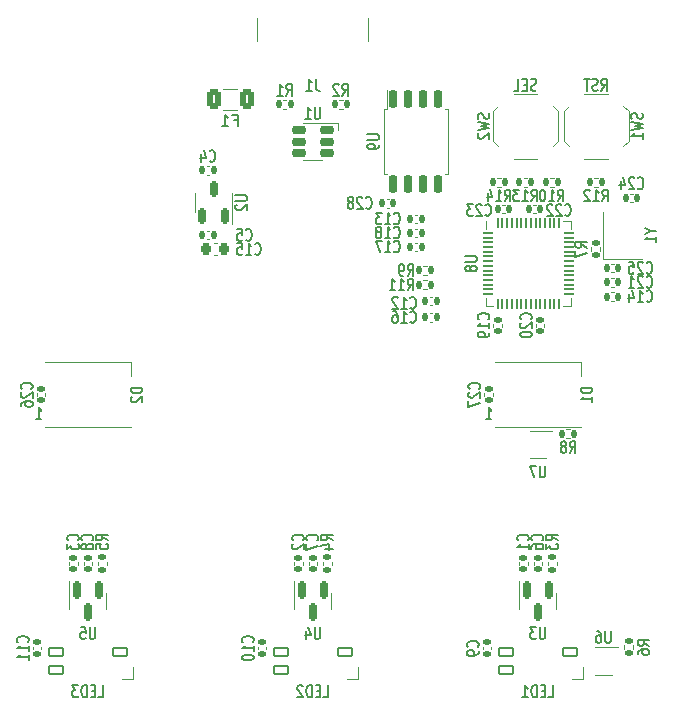
<source format=gbo>
G04 #@! TF.GenerationSoftware,KiCad,Pcbnew,7.0.9*
G04 #@! TF.CreationDate,2023-11-15T15:13:25+00:00*
G04 #@! TF.ProjectId,analog,616e616c-6f67-42e6-9b69-6361645f7063,1*
G04 #@! TF.SameCoordinates,Original*
G04 #@! TF.FileFunction,Legend,Bot*
G04 #@! TF.FilePolarity,Positive*
%FSLAX46Y46*%
G04 Gerber Fmt 4.6, Leading zero omitted, Abs format (unit mm)*
G04 Created by KiCad (PCBNEW 7.0.9) date 2023-11-15 15:13:25*
%MOMM*%
%LPD*%
G01*
G04 APERTURE LIST*
G04 Aperture macros list*
%AMRoundRect*
0 Rectangle with rounded corners*
0 $1 Rounding radius*
0 $2 $3 $4 $5 $6 $7 $8 $9 X,Y pos of 4 corners*
0 Add a 4 corners polygon primitive as box body*
4,1,4,$2,$3,$4,$5,$6,$7,$8,$9,$2,$3,0*
0 Add four circle primitives for the rounded corners*
1,1,$1+$1,$2,$3*
1,1,$1+$1,$4,$5*
1,1,$1+$1,$6,$7*
1,1,$1+$1,$8,$9*
0 Add four rect primitives between the rounded corners*
20,1,$1+$1,$2,$3,$4,$5,0*
20,1,$1+$1,$4,$5,$6,$7,0*
20,1,$1+$1,$6,$7,$8,$9,0*
20,1,$1+$1,$8,$9,$2,$3,0*%
%AMFreePoly0*
4,1,18,-0.410000,0.593000,-0.403758,0.624380,-0.385983,0.650983,-0.359380,0.668758,-0.328000,0.675000,0.328000,0.675000,0.359380,0.668758,0.385983,0.650983,0.403758,0.624380,0.410000,0.593000,0.410000,-0.593000,0.403758,-0.624380,0.385983,-0.650983,0.359380,-0.668758,0.328000,-0.675000,0.000000,-0.675000,-0.410000,-0.265000,-0.410000,0.593000,-0.410000,0.593000,$1*%
G04 Aperture macros list end*
%ADD10C,0.150000*%
%ADD11C,0.120000*%
%ADD12C,1.750000*%
%ADD13RoundRect,0.150000X0.150000X-0.587500X0.150000X0.587500X-0.150000X0.587500X-0.150000X-0.587500X0*%
%ADD14C,4.000000*%
%ADD15RoundRect,0.150000X-0.150000X0.650000X-0.150000X-0.650000X0.150000X-0.650000X0.150000X0.650000X0*%
%ADD16RoundRect,0.140000X0.170000X-0.140000X0.170000X0.140000X-0.170000X0.140000X-0.170000X-0.140000X0*%
%ADD17RoundRect,0.250000X-0.375000X-0.625000X0.375000X-0.625000X0.375000X0.625000X-0.375000X0.625000X0*%
%ADD18RoundRect,0.140000X-0.170000X0.140000X-0.170000X-0.140000X0.170000X-0.140000X0.170000X0.140000X0*%
%ADD19RoundRect,0.135000X-0.135000X-0.185000X0.135000X-0.185000X0.135000X0.185000X-0.135000X0.185000X0*%
%ADD20RoundRect,0.140000X0.140000X0.170000X-0.140000X0.170000X-0.140000X-0.170000X0.140000X-0.170000X0*%
%ADD21R,1.500000X0.900000*%
%ADD22RoundRect,0.225000X-0.225000X-0.250000X0.225000X-0.250000X0.225000X0.250000X-0.225000X0.250000X0*%
%ADD23RoundRect,0.135000X0.135000X0.185000X-0.135000X0.185000X-0.135000X-0.185000X0.135000X-0.185000X0*%
%ADD24R,1.200000X1.400000*%
%ADD25R,0.650000X0.400000*%
%ADD26RoundRect,0.150000X0.150000X-0.512500X0.150000X0.512500X-0.150000X0.512500X-0.150000X-0.512500X0*%
%ADD27RoundRect,0.135000X0.185000X-0.135000X0.185000X0.135000X-0.185000X0.135000X-0.185000X-0.135000X0*%
%ADD28RoundRect,0.150000X0.475000X0.150000X-0.475000X0.150000X-0.475000X-0.150000X0.475000X-0.150000X0*%
%ADD29R,1.000000X1.700000*%
%ADD30RoundRect,0.140000X-0.140000X-0.170000X0.140000X-0.170000X0.140000X0.170000X-0.140000X0.170000X0*%
%ADD31RoundRect,0.082000X0.593000X-0.328000X0.593000X0.328000X-0.593000X0.328000X-0.593000X-0.328000X0*%
%ADD32FreePoly0,90.000000*%
%ADD33C,0.650000*%
%ADD34R,0.600000X1.450000*%
%ADD35R,0.300000X1.450000*%
%ADD36O,1.000000X1.600000*%
%ADD37O,1.000000X2.100000*%
%ADD38RoundRect,0.135000X-0.185000X0.135000X-0.185000X-0.135000X0.185000X-0.135000X0.185000X0.135000X0*%
%ADD39RoundRect,0.050000X-0.050000X0.387500X-0.050000X-0.387500X0.050000X-0.387500X0.050000X0.387500X0*%
%ADD40RoundRect,0.050000X-0.387500X0.050000X-0.387500X-0.050000X0.387500X-0.050000X0.387500X0.050000X0*%
%ADD41R,3.200000X3.200000*%
G04 APERTURE END LIST*
D10*
X69714286Y-25012113D02*
X69600000Y-25059732D01*
X69600000Y-25059732D02*
X69409524Y-25059732D01*
X69409524Y-25059732D02*
X69333333Y-25012113D01*
X69333333Y-25012113D02*
X69295238Y-24964493D01*
X69295238Y-24964493D02*
X69257143Y-24869255D01*
X69257143Y-24869255D02*
X69257143Y-24774017D01*
X69257143Y-24774017D02*
X69295238Y-24678779D01*
X69295238Y-24678779D02*
X69333333Y-24631160D01*
X69333333Y-24631160D02*
X69409524Y-24583541D01*
X69409524Y-24583541D02*
X69561905Y-24535922D01*
X69561905Y-24535922D02*
X69638095Y-24488303D01*
X69638095Y-24488303D02*
X69676190Y-24440684D01*
X69676190Y-24440684D02*
X69714286Y-24345446D01*
X69714286Y-24345446D02*
X69714286Y-24250208D01*
X69714286Y-24250208D02*
X69676190Y-24154970D01*
X69676190Y-24154970D02*
X69638095Y-24107351D01*
X69638095Y-24107351D02*
X69561905Y-24059732D01*
X69561905Y-24059732D02*
X69371428Y-24059732D01*
X69371428Y-24059732D02*
X69257143Y-24107351D01*
X68914285Y-24535922D02*
X68647619Y-24535922D01*
X68533333Y-25059732D02*
X68914285Y-25059732D01*
X68914285Y-25059732D02*
X68914285Y-24059732D01*
X68914285Y-24059732D02*
X68533333Y-24059732D01*
X67809523Y-25059732D02*
X68190475Y-25059732D01*
X68190475Y-25059732D02*
X68190475Y-24059732D01*
X75238094Y-25059732D02*
X75504761Y-24583541D01*
X75695237Y-25059732D02*
X75695237Y-24059732D01*
X75695237Y-24059732D02*
X75390475Y-24059732D01*
X75390475Y-24059732D02*
X75314285Y-24107351D01*
X75314285Y-24107351D02*
X75276190Y-24154970D01*
X75276190Y-24154970D02*
X75238094Y-24250208D01*
X75238094Y-24250208D02*
X75238094Y-24393065D01*
X75238094Y-24393065D02*
X75276190Y-24488303D01*
X75276190Y-24488303D02*
X75314285Y-24535922D01*
X75314285Y-24535922D02*
X75390475Y-24583541D01*
X75390475Y-24583541D02*
X75695237Y-24583541D01*
X74933333Y-25012113D02*
X74819047Y-25059732D01*
X74819047Y-25059732D02*
X74628571Y-25059732D01*
X74628571Y-25059732D02*
X74552380Y-25012113D01*
X74552380Y-25012113D02*
X74514285Y-24964493D01*
X74514285Y-24964493D02*
X74476190Y-24869255D01*
X74476190Y-24869255D02*
X74476190Y-24774017D01*
X74476190Y-24774017D02*
X74514285Y-24678779D01*
X74514285Y-24678779D02*
X74552380Y-24631160D01*
X74552380Y-24631160D02*
X74628571Y-24583541D01*
X74628571Y-24583541D02*
X74780952Y-24535922D01*
X74780952Y-24535922D02*
X74857142Y-24488303D01*
X74857142Y-24488303D02*
X74895237Y-24440684D01*
X74895237Y-24440684D02*
X74933333Y-24345446D01*
X74933333Y-24345446D02*
X74933333Y-24250208D01*
X74933333Y-24250208D02*
X74895237Y-24154970D01*
X74895237Y-24154970D02*
X74857142Y-24107351D01*
X74857142Y-24107351D02*
X74780952Y-24059732D01*
X74780952Y-24059732D02*
X74590475Y-24059732D01*
X74590475Y-24059732D02*
X74476190Y-24107351D01*
X74247618Y-24059732D02*
X73790475Y-24059732D01*
X74019047Y-25059732D02*
X74019047Y-24059732D01*
X70459523Y-70474655D02*
X70459523Y-71284178D01*
X70459523Y-71284178D02*
X70421428Y-71379416D01*
X70421428Y-71379416D02*
X70383333Y-71427036D01*
X70383333Y-71427036D02*
X70307142Y-71474655D01*
X70307142Y-71474655D02*
X70154761Y-71474655D01*
X70154761Y-71474655D02*
X70078571Y-71427036D01*
X70078571Y-71427036D02*
X70040476Y-71379416D01*
X70040476Y-71379416D02*
X70002380Y-71284178D01*
X70002380Y-71284178D02*
X70002380Y-70474655D01*
X69697619Y-70474655D02*
X69202381Y-70474655D01*
X69202381Y-70474655D02*
X69469047Y-70855607D01*
X69469047Y-70855607D02*
X69354762Y-70855607D01*
X69354762Y-70855607D02*
X69278571Y-70903226D01*
X69278571Y-70903226D02*
X69240476Y-70950845D01*
X69240476Y-70950845D02*
X69202381Y-71046083D01*
X69202381Y-71046083D02*
X69202381Y-71284178D01*
X69202381Y-71284178D02*
X69240476Y-71379416D01*
X69240476Y-71379416D02*
X69278571Y-71427036D01*
X69278571Y-71427036D02*
X69354762Y-71474655D01*
X69354762Y-71474655D02*
X69583333Y-71474655D01*
X69583333Y-71474655D02*
X69659524Y-71427036D01*
X69659524Y-71427036D02*
X69697619Y-71379416D01*
X51409523Y-70474655D02*
X51409523Y-71284178D01*
X51409523Y-71284178D02*
X51371428Y-71379416D01*
X51371428Y-71379416D02*
X51333333Y-71427036D01*
X51333333Y-71427036D02*
X51257142Y-71474655D01*
X51257142Y-71474655D02*
X51104761Y-71474655D01*
X51104761Y-71474655D02*
X51028571Y-71427036D01*
X51028571Y-71427036D02*
X50990476Y-71379416D01*
X50990476Y-71379416D02*
X50952380Y-71284178D01*
X50952380Y-71284178D02*
X50952380Y-70474655D01*
X50228571Y-70807988D02*
X50228571Y-71474655D01*
X50419047Y-70427036D02*
X50609524Y-71141321D01*
X50609524Y-71141321D02*
X50114285Y-71141321D01*
X32359507Y-70474655D02*
X32359507Y-71284178D01*
X32359507Y-71284178D02*
X32321412Y-71379416D01*
X32321412Y-71379416D02*
X32283317Y-71427036D01*
X32283317Y-71427036D02*
X32207126Y-71474655D01*
X32207126Y-71474655D02*
X32054745Y-71474655D01*
X32054745Y-71474655D02*
X31978555Y-71427036D01*
X31978555Y-71427036D02*
X31940460Y-71379416D01*
X31940460Y-71379416D02*
X31902364Y-71284178D01*
X31902364Y-71284178D02*
X31902364Y-70474655D01*
X31140460Y-70474655D02*
X31521412Y-70474655D01*
X31521412Y-70474655D02*
X31559508Y-70950845D01*
X31559508Y-70950845D02*
X31521412Y-70903226D01*
X31521412Y-70903226D02*
X31445222Y-70855607D01*
X31445222Y-70855607D02*
X31254746Y-70855607D01*
X31254746Y-70855607D02*
X31178555Y-70903226D01*
X31178555Y-70903226D02*
X31140460Y-70950845D01*
X31140460Y-70950845D02*
X31102365Y-71046083D01*
X31102365Y-71046083D02*
X31102365Y-71284178D01*
X31102365Y-71284178D02*
X31140460Y-71379416D01*
X31140460Y-71379416D02*
X31178555Y-71427036D01*
X31178555Y-71427036D02*
X31254746Y-71474655D01*
X31254746Y-71474655D02*
X31445222Y-71474655D01*
X31445222Y-71474655D02*
X31521412Y-71427036D01*
X31521412Y-71427036D02*
X31559508Y-71379416D01*
X55426069Y-28759226D02*
X56235592Y-28759226D01*
X56235592Y-28759226D02*
X56330830Y-28797321D01*
X56330830Y-28797321D02*
X56378450Y-28835416D01*
X56378450Y-28835416D02*
X56426069Y-28911607D01*
X56426069Y-28911607D02*
X56426069Y-29063988D01*
X56426069Y-29063988D02*
X56378450Y-29140178D01*
X56378450Y-29140178D02*
X56330830Y-29178273D01*
X56330830Y-29178273D02*
X56235592Y-29216369D01*
X56235592Y-29216369D02*
X55426069Y-29216369D01*
X56426069Y-29635416D02*
X56426069Y-29787797D01*
X56426069Y-29787797D02*
X56378450Y-29863987D01*
X56378450Y-29863987D02*
X56330830Y-29902083D01*
X56330830Y-29902083D02*
X56187973Y-29978273D01*
X56187973Y-29978273D02*
X55997497Y-30016368D01*
X55997497Y-30016368D02*
X55616545Y-30016368D01*
X55616545Y-30016368D02*
X55521307Y-29978273D01*
X55521307Y-29978273D02*
X55473688Y-29940178D01*
X55473688Y-29940178D02*
X55426069Y-29863987D01*
X55426069Y-29863987D02*
X55426069Y-29711606D01*
X55426069Y-29711606D02*
X55473688Y-29635416D01*
X55473688Y-29635416D02*
X55521307Y-29597321D01*
X55521307Y-29597321D02*
X55616545Y-29559225D01*
X55616545Y-29559225D02*
X55854640Y-29559225D01*
X55854640Y-29559225D02*
X55949878Y-29597321D01*
X55949878Y-29597321D02*
X55997497Y-29635416D01*
X55997497Y-29635416D02*
X56045116Y-29711606D01*
X56045116Y-29711606D02*
X56045116Y-29863987D01*
X56045116Y-29863987D02*
X55997497Y-29940178D01*
X55997497Y-29940178D02*
X55949878Y-29978273D01*
X55949878Y-29978273D02*
X55854640Y-30016368D01*
X49939575Y-63135298D02*
X49987195Y-63097202D01*
X49987195Y-63097202D02*
X50034814Y-62982917D01*
X50034814Y-62982917D02*
X50034814Y-62906726D01*
X50034814Y-62906726D02*
X49987195Y-62792440D01*
X49987195Y-62792440D02*
X49891956Y-62716250D01*
X49891956Y-62716250D02*
X49796718Y-62678155D01*
X49796718Y-62678155D02*
X49606242Y-62640059D01*
X49606242Y-62640059D02*
X49463385Y-62640059D01*
X49463385Y-62640059D02*
X49272909Y-62678155D01*
X49272909Y-62678155D02*
X49177671Y-62716250D01*
X49177671Y-62716250D02*
X49082433Y-62792440D01*
X49082433Y-62792440D02*
X49034814Y-62906726D01*
X49034814Y-62906726D02*
X49034814Y-62982917D01*
X49034814Y-62982917D02*
X49082433Y-63097202D01*
X49082433Y-63097202D02*
X49130052Y-63135298D01*
X49130052Y-63440059D02*
X49082433Y-63478155D01*
X49082433Y-63478155D02*
X49034814Y-63554345D01*
X49034814Y-63554345D02*
X49034814Y-63744821D01*
X49034814Y-63744821D02*
X49082433Y-63821012D01*
X49082433Y-63821012D02*
X49130052Y-63859107D01*
X49130052Y-63859107D02*
X49225290Y-63897202D01*
X49225290Y-63897202D02*
X49320528Y-63897202D01*
X49320528Y-63897202D02*
X49463385Y-63859107D01*
X49463385Y-63859107D02*
X50034814Y-63401964D01*
X50034814Y-63401964D02*
X50034814Y-63897202D01*
X44133333Y-27551009D02*
X44466666Y-27551009D01*
X44466666Y-28074819D02*
X44466666Y-27074819D01*
X44466666Y-27074819D02*
X43990476Y-27074819D01*
X43085714Y-28074819D02*
X43657142Y-28074819D01*
X43371428Y-28074819D02*
X43371428Y-27074819D01*
X43371428Y-27074819D02*
X43466666Y-27217676D01*
X43466666Y-27217676D02*
X43561904Y-27312914D01*
X43561904Y-27312914D02*
X43657142Y-27360533D01*
X45704926Y-71739520D02*
X45752546Y-71701424D01*
X45752546Y-71701424D02*
X45800165Y-71587139D01*
X45800165Y-71587139D02*
X45800165Y-71510948D01*
X45800165Y-71510948D02*
X45752546Y-71396662D01*
X45752546Y-71396662D02*
X45657307Y-71320472D01*
X45657307Y-71320472D02*
X45562069Y-71282377D01*
X45562069Y-71282377D02*
X45371593Y-71244281D01*
X45371593Y-71244281D02*
X45228736Y-71244281D01*
X45228736Y-71244281D02*
X45038260Y-71282377D01*
X45038260Y-71282377D02*
X44943022Y-71320472D01*
X44943022Y-71320472D02*
X44847784Y-71396662D01*
X44847784Y-71396662D02*
X44800165Y-71510948D01*
X44800165Y-71510948D02*
X44800165Y-71587139D01*
X44800165Y-71587139D02*
X44847784Y-71701424D01*
X44847784Y-71701424D02*
X44895403Y-71739520D01*
X45800165Y-72501424D02*
X45800165Y-72044281D01*
X45800165Y-72272853D02*
X44800165Y-72272853D01*
X44800165Y-72272853D02*
X44943022Y-72196662D01*
X44943022Y-72196662D02*
X45038260Y-72120472D01*
X45038260Y-72120472D02*
X45085879Y-72044281D01*
X44800165Y-72996663D02*
X44800165Y-73072853D01*
X44800165Y-73072853D02*
X44847784Y-73149044D01*
X44847784Y-73149044D02*
X44895403Y-73187139D01*
X44895403Y-73187139D02*
X44990641Y-73225234D01*
X44990641Y-73225234D02*
X45181117Y-73263329D01*
X45181117Y-73263329D02*
X45419212Y-73263329D01*
X45419212Y-73263329D02*
X45609688Y-73225234D01*
X45609688Y-73225234D02*
X45704926Y-73187139D01*
X45704926Y-73187139D02*
X45752546Y-73149044D01*
X45752546Y-73149044D02*
X45800165Y-73072853D01*
X45800165Y-73072853D02*
X45800165Y-72996663D01*
X45800165Y-72996663D02*
X45752546Y-72920472D01*
X45752546Y-72920472D02*
X45704926Y-72882377D01*
X45704926Y-72882377D02*
X45609688Y-72844282D01*
X45609688Y-72844282D02*
X45419212Y-72806186D01*
X45419212Y-72806186D02*
X45181117Y-72806186D01*
X45181117Y-72806186D02*
X44990641Y-72844282D01*
X44990641Y-72844282D02*
X44895403Y-72882377D01*
X44895403Y-72882377D02*
X44847784Y-72920472D01*
X44847784Y-72920472D02*
X44800165Y-72996663D01*
X67073643Y-34422119D02*
X67340310Y-33945928D01*
X67530786Y-34422119D02*
X67530786Y-33422119D01*
X67530786Y-33422119D02*
X67226024Y-33422119D01*
X67226024Y-33422119D02*
X67149834Y-33469738D01*
X67149834Y-33469738D02*
X67111739Y-33517357D01*
X67111739Y-33517357D02*
X67073643Y-33612595D01*
X67073643Y-33612595D02*
X67073643Y-33755452D01*
X67073643Y-33755452D02*
X67111739Y-33850690D01*
X67111739Y-33850690D02*
X67149834Y-33898309D01*
X67149834Y-33898309D02*
X67226024Y-33945928D01*
X67226024Y-33945928D02*
X67530786Y-33945928D01*
X66311739Y-34422119D02*
X66768882Y-34422119D01*
X66540310Y-34422119D02*
X66540310Y-33422119D01*
X66540310Y-33422119D02*
X66616501Y-33564976D01*
X66616501Y-33564976D02*
X66692691Y-33660214D01*
X66692691Y-33660214D02*
X66768882Y-33707833D01*
X65626024Y-33755452D02*
X65626024Y-34422119D01*
X65816500Y-33374500D02*
X66006977Y-34088785D01*
X66006977Y-34088785D02*
X65511738Y-34088785D01*
X59053354Y-43420511D02*
X59091450Y-43468131D01*
X59091450Y-43468131D02*
X59205735Y-43515750D01*
X59205735Y-43515750D02*
X59281926Y-43515750D01*
X59281926Y-43515750D02*
X59396212Y-43468131D01*
X59396212Y-43468131D02*
X59472402Y-43372892D01*
X59472402Y-43372892D02*
X59510497Y-43277654D01*
X59510497Y-43277654D02*
X59548593Y-43087178D01*
X59548593Y-43087178D02*
X59548593Y-42944321D01*
X59548593Y-42944321D02*
X59510497Y-42753845D01*
X59510497Y-42753845D02*
X59472402Y-42658607D01*
X59472402Y-42658607D02*
X59396212Y-42563369D01*
X59396212Y-42563369D02*
X59281926Y-42515750D01*
X59281926Y-42515750D02*
X59205735Y-42515750D01*
X59205735Y-42515750D02*
X59091450Y-42563369D01*
X59091450Y-42563369D02*
X59053354Y-42610988D01*
X58291450Y-43515750D02*
X58748593Y-43515750D01*
X58520021Y-43515750D02*
X58520021Y-42515750D01*
X58520021Y-42515750D02*
X58596212Y-42658607D01*
X58596212Y-42658607D02*
X58672402Y-42753845D01*
X58672402Y-42753845D02*
X58748593Y-42801464D01*
X57986688Y-42610988D02*
X57948592Y-42563369D01*
X57948592Y-42563369D02*
X57872402Y-42515750D01*
X57872402Y-42515750D02*
X57681926Y-42515750D01*
X57681926Y-42515750D02*
X57605735Y-42563369D01*
X57605735Y-42563369D02*
X57567640Y-42610988D01*
X57567640Y-42610988D02*
X57529545Y-42706226D01*
X57529545Y-42706226D02*
X57529545Y-42801464D01*
X57529545Y-42801464D02*
X57567640Y-42944321D01*
X57567640Y-42944321D02*
X58024783Y-43515750D01*
X58024783Y-43515750D02*
X57529545Y-43515750D01*
X36371994Y-50209524D02*
X35371994Y-50209524D01*
X35371994Y-50209524D02*
X35371994Y-50400000D01*
X35371994Y-50400000D02*
X35419613Y-50514286D01*
X35419613Y-50514286D02*
X35514851Y-50590476D01*
X35514851Y-50590476D02*
X35610089Y-50628571D01*
X35610089Y-50628571D02*
X35800565Y-50666667D01*
X35800565Y-50666667D02*
X35943422Y-50666667D01*
X35943422Y-50666667D02*
X36133898Y-50628571D01*
X36133898Y-50628571D02*
X36229136Y-50590476D01*
X36229136Y-50590476D02*
X36324375Y-50514286D01*
X36324375Y-50514286D02*
X36371994Y-50400000D01*
X36371994Y-50400000D02*
X36371994Y-50209524D01*
X35467232Y-50971428D02*
X35419613Y-51009524D01*
X35419613Y-51009524D02*
X35371994Y-51085714D01*
X35371994Y-51085714D02*
X35371994Y-51276190D01*
X35371994Y-51276190D02*
X35419613Y-51352381D01*
X35419613Y-51352381D02*
X35467232Y-51390476D01*
X35467232Y-51390476D02*
X35562470Y-51428571D01*
X35562470Y-51428571D02*
X35657708Y-51428571D01*
X35657708Y-51428571D02*
X35800565Y-51390476D01*
X35800565Y-51390476D02*
X36371994Y-50933333D01*
X36371994Y-50933333D02*
X36371994Y-51428571D01*
X27371428Y-52854819D02*
X27828571Y-52854819D01*
X27599999Y-52854819D02*
X27599999Y-51854819D01*
X27599999Y-51854819D02*
X27676190Y-51997676D01*
X27676190Y-51997676D02*
X27752380Y-52092914D01*
X27752380Y-52092914D02*
X27828571Y-52140533D01*
X69255830Y-44415714D02*
X69303450Y-44377618D01*
X69303450Y-44377618D02*
X69351069Y-44263333D01*
X69351069Y-44263333D02*
X69351069Y-44187142D01*
X69351069Y-44187142D02*
X69303450Y-44072856D01*
X69303450Y-44072856D02*
X69208211Y-43996666D01*
X69208211Y-43996666D02*
X69112973Y-43958571D01*
X69112973Y-43958571D02*
X68922497Y-43920475D01*
X68922497Y-43920475D02*
X68779640Y-43920475D01*
X68779640Y-43920475D02*
X68589164Y-43958571D01*
X68589164Y-43958571D02*
X68493926Y-43996666D01*
X68493926Y-43996666D02*
X68398688Y-44072856D01*
X68398688Y-44072856D02*
X68351069Y-44187142D01*
X68351069Y-44187142D02*
X68351069Y-44263333D01*
X68351069Y-44263333D02*
X68398688Y-44377618D01*
X68398688Y-44377618D02*
X68446307Y-44415714D01*
X68446307Y-44720475D02*
X68398688Y-44758571D01*
X68398688Y-44758571D02*
X68351069Y-44834761D01*
X68351069Y-44834761D02*
X68351069Y-45025237D01*
X68351069Y-45025237D02*
X68398688Y-45101428D01*
X68398688Y-45101428D02*
X68446307Y-45139523D01*
X68446307Y-45139523D02*
X68541545Y-45177618D01*
X68541545Y-45177618D02*
X68636783Y-45177618D01*
X68636783Y-45177618D02*
X68779640Y-45139523D01*
X68779640Y-45139523D02*
X69351069Y-44682380D01*
X69351069Y-44682380D02*
X69351069Y-45177618D01*
X68351069Y-45672857D02*
X68351069Y-45749047D01*
X68351069Y-45749047D02*
X68398688Y-45825238D01*
X68398688Y-45825238D02*
X68446307Y-45863333D01*
X68446307Y-45863333D02*
X68541545Y-45901428D01*
X68541545Y-45901428D02*
X68732021Y-45939523D01*
X68732021Y-45939523D02*
X68970116Y-45939523D01*
X68970116Y-45939523D02*
X69160592Y-45901428D01*
X69160592Y-45901428D02*
X69255830Y-45863333D01*
X69255830Y-45863333D02*
X69303450Y-45825238D01*
X69303450Y-45825238D02*
X69351069Y-45749047D01*
X69351069Y-45749047D02*
X69351069Y-45672857D01*
X69351069Y-45672857D02*
X69303450Y-45596666D01*
X69303450Y-45596666D02*
X69255830Y-45558571D01*
X69255830Y-45558571D02*
X69160592Y-45520476D01*
X69160592Y-45520476D02*
X68970116Y-45482380D01*
X68970116Y-45482380D02*
X68732021Y-45482380D01*
X68732021Y-45482380D02*
X68541545Y-45520476D01*
X68541545Y-45520476D02*
X68446307Y-45558571D01*
X68446307Y-45558571D02*
X68398688Y-45596666D01*
X68398688Y-45596666D02*
X68351069Y-45672857D01*
X59053354Y-44611137D02*
X59091450Y-44658757D01*
X59091450Y-44658757D02*
X59205735Y-44706376D01*
X59205735Y-44706376D02*
X59281926Y-44706376D01*
X59281926Y-44706376D02*
X59396212Y-44658757D01*
X59396212Y-44658757D02*
X59472402Y-44563518D01*
X59472402Y-44563518D02*
X59510497Y-44468280D01*
X59510497Y-44468280D02*
X59548593Y-44277804D01*
X59548593Y-44277804D02*
X59548593Y-44134947D01*
X59548593Y-44134947D02*
X59510497Y-43944471D01*
X59510497Y-43944471D02*
X59472402Y-43849233D01*
X59472402Y-43849233D02*
X59396212Y-43753995D01*
X59396212Y-43753995D02*
X59281926Y-43706376D01*
X59281926Y-43706376D02*
X59205735Y-43706376D01*
X59205735Y-43706376D02*
X59091450Y-43753995D01*
X59091450Y-43753995D02*
X59053354Y-43801614D01*
X58291450Y-44706376D02*
X58748593Y-44706376D01*
X58520021Y-44706376D02*
X58520021Y-43706376D01*
X58520021Y-43706376D02*
X58596212Y-43849233D01*
X58596212Y-43849233D02*
X58672402Y-43944471D01*
X58672402Y-43944471D02*
X58748593Y-43992090D01*
X57605735Y-43706376D02*
X57758116Y-43706376D01*
X57758116Y-43706376D02*
X57834307Y-43753995D01*
X57834307Y-43753995D02*
X57872402Y-43801614D01*
X57872402Y-43801614D02*
X57948592Y-43944471D01*
X57948592Y-43944471D02*
X57986688Y-44134947D01*
X57986688Y-44134947D02*
X57986688Y-44515899D01*
X57986688Y-44515899D02*
X57948592Y-44611137D01*
X57948592Y-44611137D02*
X57910497Y-44658757D01*
X57910497Y-44658757D02*
X57834307Y-44706376D01*
X57834307Y-44706376D02*
X57681926Y-44706376D01*
X57681926Y-44706376D02*
X57605735Y-44658757D01*
X57605735Y-44658757D02*
X57567640Y-44611137D01*
X57567640Y-44611137D02*
X57529545Y-44515899D01*
X57529545Y-44515899D02*
X57529545Y-44277804D01*
X57529545Y-44277804D02*
X57567640Y-44182566D01*
X57567640Y-44182566D02*
X57605735Y-44134947D01*
X57605735Y-44134947D02*
X57681926Y-44087328D01*
X57681926Y-44087328D02*
X57834307Y-44087328D01*
X57834307Y-44087328D02*
X57910497Y-44134947D01*
X57910497Y-44134947D02*
X57948592Y-44182566D01*
X57948592Y-44182566D02*
X57986688Y-44277804D01*
X45906120Y-38853320D02*
X45944216Y-38900940D01*
X45944216Y-38900940D02*
X46058501Y-38948559D01*
X46058501Y-38948559D02*
X46134692Y-38948559D01*
X46134692Y-38948559D02*
X46248978Y-38900940D01*
X46248978Y-38900940D02*
X46325168Y-38805701D01*
X46325168Y-38805701D02*
X46363263Y-38710463D01*
X46363263Y-38710463D02*
X46401359Y-38519987D01*
X46401359Y-38519987D02*
X46401359Y-38377130D01*
X46401359Y-38377130D02*
X46363263Y-38186654D01*
X46363263Y-38186654D02*
X46325168Y-38091416D01*
X46325168Y-38091416D02*
X46248978Y-37996178D01*
X46248978Y-37996178D02*
X46134692Y-37948559D01*
X46134692Y-37948559D02*
X46058501Y-37948559D01*
X46058501Y-37948559D02*
X45944216Y-37996178D01*
X45944216Y-37996178D02*
X45906120Y-38043797D01*
X45144216Y-38948559D02*
X45601359Y-38948559D01*
X45372787Y-38948559D02*
X45372787Y-37948559D01*
X45372787Y-37948559D02*
X45448978Y-38091416D01*
X45448978Y-38091416D02*
X45525168Y-38186654D01*
X45525168Y-38186654D02*
X45601359Y-38234273D01*
X44420406Y-37948559D02*
X44801358Y-37948559D01*
X44801358Y-37948559D02*
X44839454Y-38424749D01*
X44839454Y-38424749D02*
X44801358Y-38377130D01*
X44801358Y-38377130D02*
X44725168Y-38329511D01*
X44725168Y-38329511D02*
X44534692Y-38329511D01*
X44534692Y-38329511D02*
X44458501Y-38377130D01*
X44458501Y-38377130D02*
X44420406Y-38424749D01*
X44420406Y-38424749D02*
X44382311Y-38519987D01*
X44382311Y-38519987D02*
X44382311Y-38758082D01*
X44382311Y-38758082D02*
X44420406Y-38853320D01*
X44420406Y-38853320D02*
X44458501Y-38900940D01*
X44458501Y-38900940D02*
X44534692Y-38948559D01*
X44534692Y-38948559D02*
X44725168Y-38948559D01*
X44725168Y-38948559D02*
X44801358Y-38900940D01*
X44801358Y-38900940D02*
X44839454Y-38853320D01*
X79056048Y-40443946D02*
X79094144Y-40491566D01*
X79094144Y-40491566D02*
X79208429Y-40539185D01*
X79208429Y-40539185D02*
X79284620Y-40539185D01*
X79284620Y-40539185D02*
X79398906Y-40491566D01*
X79398906Y-40491566D02*
X79475096Y-40396327D01*
X79475096Y-40396327D02*
X79513191Y-40301089D01*
X79513191Y-40301089D02*
X79551287Y-40110613D01*
X79551287Y-40110613D02*
X79551287Y-39967756D01*
X79551287Y-39967756D02*
X79513191Y-39777280D01*
X79513191Y-39777280D02*
X79475096Y-39682042D01*
X79475096Y-39682042D02*
X79398906Y-39586804D01*
X79398906Y-39586804D02*
X79284620Y-39539185D01*
X79284620Y-39539185D02*
X79208429Y-39539185D01*
X79208429Y-39539185D02*
X79094144Y-39586804D01*
X79094144Y-39586804D02*
X79056048Y-39634423D01*
X78751287Y-39634423D02*
X78713191Y-39586804D01*
X78713191Y-39586804D02*
X78637001Y-39539185D01*
X78637001Y-39539185D02*
X78446525Y-39539185D01*
X78446525Y-39539185D02*
X78370334Y-39586804D01*
X78370334Y-39586804D02*
X78332239Y-39634423D01*
X78332239Y-39634423D02*
X78294144Y-39729661D01*
X78294144Y-39729661D02*
X78294144Y-39824899D01*
X78294144Y-39824899D02*
X78332239Y-39967756D01*
X78332239Y-39967756D02*
X78789382Y-40539185D01*
X78789382Y-40539185D02*
X78294144Y-40539185D01*
X77570334Y-39539185D02*
X77951286Y-39539185D01*
X77951286Y-39539185D02*
X77989382Y-40015375D01*
X77989382Y-40015375D02*
X77951286Y-39967756D01*
X77951286Y-39967756D02*
X77875096Y-39920137D01*
X77875096Y-39920137D02*
X77684620Y-39920137D01*
X77684620Y-39920137D02*
X77608429Y-39967756D01*
X77608429Y-39967756D02*
X77570334Y-40015375D01*
X77570334Y-40015375D02*
X77532239Y-40110613D01*
X77532239Y-40110613D02*
X77532239Y-40348708D01*
X77532239Y-40348708D02*
X77570334Y-40443946D01*
X77570334Y-40443946D02*
X77608429Y-40491566D01*
X77608429Y-40491566D02*
X77684620Y-40539185D01*
X77684620Y-40539185D02*
X77875096Y-40539185D01*
X77875096Y-40539185D02*
X77951286Y-40491566D01*
X77951286Y-40491566D02*
X77989382Y-40443946D01*
X72150240Y-35556442D02*
X72188336Y-35604062D01*
X72188336Y-35604062D02*
X72302621Y-35651681D01*
X72302621Y-35651681D02*
X72378812Y-35651681D01*
X72378812Y-35651681D02*
X72493098Y-35604062D01*
X72493098Y-35604062D02*
X72569288Y-35508823D01*
X72569288Y-35508823D02*
X72607383Y-35413585D01*
X72607383Y-35413585D02*
X72645479Y-35223109D01*
X72645479Y-35223109D02*
X72645479Y-35080252D01*
X72645479Y-35080252D02*
X72607383Y-34889776D01*
X72607383Y-34889776D02*
X72569288Y-34794538D01*
X72569288Y-34794538D02*
X72493098Y-34699300D01*
X72493098Y-34699300D02*
X72378812Y-34651681D01*
X72378812Y-34651681D02*
X72302621Y-34651681D01*
X72302621Y-34651681D02*
X72188336Y-34699300D01*
X72188336Y-34699300D02*
X72150240Y-34746919D01*
X71845479Y-34746919D02*
X71807383Y-34699300D01*
X71807383Y-34699300D02*
X71731193Y-34651681D01*
X71731193Y-34651681D02*
X71540717Y-34651681D01*
X71540717Y-34651681D02*
X71464526Y-34699300D01*
X71464526Y-34699300D02*
X71426431Y-34746919D01*
X71426431Y-34746919D02*
X71388336Y-34842157D01*
X71388336Y-34842157D02*
X71388336Y-34937395D01*
X71388336Y-34937395D02*
X71426431Y-35080252D01*
X71426431Y-35080252D02*
X71883574Y-35651681D01*
X71883574Y-35651681D02*
X71388336Y-35651681D01*
X71083574Y-34746919D02*
X71045478Y-34699300D01*
X71045478Y-34699300D02*
X70969288Y-34651681D01*
X70969288Y-34651681D02*
X70778812Y-34651681D01*
X70778812Y-34651681D02*
X70702621Y-34699300D01*
X70702621Y-34699300D02*
X70664526Y-34746919D01*
X70664526Y-34746919D02*
X70626431Y-34842157D01*
X70626431Y-34842157D02*
X70626431Y-34937395D01*
X70626431Y-34937395D02*
X70664526Y-35080252D01*
X70664526Y-35080252D02*
X71121669Y-35651681D01*
X71121669Y-35651681D02*
X70626431Y-35651681D01*
X75314285Y-34424819D02*
X75580952Y-33948628D01*
X75771428Y-34424819D02*
X75771428Y-33424819D01*
X75771428Y-33424819D02*
X75466666Y-33424819D01*
X75466666Y-33424819D02*
X75390476Y-33472438D01*
X75390476Y-33472438D02*
X75352381Y-33520057D01*
X75352381Y-33520057D02*
X75314285Y-33615295D01*
X75314285Y-33615295D02*
X75314285Y-33758152D01*
X75314285Y-33758152D02*
X75352381Y-33853390D01*
X75352381Y-33853390D02*
X75390476Y-33901009D01*
X75390476Y-33901009D02*
X75466666Y-33948628D01*
X75466666Y-33948628D02*
X75771428Y-33948628D01*
X74552381Y-34424819D02*
X75009524Y-34424819D01*
X74780952Y-34424819D02*
X74780952Y-33424819D01*
X74780952Y-33424819D02*
X74857143Y-33567676D01*
X74857143Y-33567676D02*
X74933333Y-33662914D01*
X74933333Y-33662914D02*
X75009524Y-33710533D01*
X74247619Y-33520057D02*
X74209523Y-33472438D01*
X74209523Y-33472438D02*
X74133333Y-33424819D01*
X74133333Y-33424819D02*
X73942857Y-33424819D01*
X73942857Y-33424819D02*
X73866666Y-33472438D01*
X73866666Y-33472438D02*
X73828571Y-33520057D01*
X73828571Y-33520057D02*
X73790476Y-33615295D01*
X73790476Y-33615295D02*
X73790476Y-33710533D01*
X73790476Y-33710533D02*
X73828571Y-33853390D01*
X73828571Y-33853390D02*
X74285714Y-34424819D01*
X74285714Y-34424819D02*
X73790476Y-34424819D01*
X48552082Y-25478569D02*
X48818749Y-25002378D01*
X49009225Y-25478569D02*
X49009225Y-24478569D01*
X49009225Y-24478569D02*
X48704463Y-24478569D01*
X48704463Y-24478569D02*
X48628273Y-24526188D01*
X48628273Y-24526188D02*
X48590178Y-24573807D01*
X48590178Y-24573807D02*
X48552082Y-24669045D01*
X48552082Y-24669045D02*
X48552082Y-24811902D01*
X48552082Y-24811902D02*
X48590178Y-24907140D01*
X48590178Y-24907140D02*
X48628273Y-24954759D01*
X48628273Y-24954759D02*
X48704463Y-25002378D01*
X48704463Y-25002378D02*
X49009225Y-25002378D01*
X47790178Y-25478569D02*
X48247321Y-25478569D01*
X48018749Y-25478569D02*
X48018749Y-24478569D01*
X48018749Y-24478569D02*
X48094940Y-24621426D01*
X48094940Y-24621426D02*
X48171130Y-24716664D01*
X48171130Y-24716664D02*
X48247321Y-24764283D01*
X79422378Y-36925298D02*
X79898569Y-36925298D01*
X78898569Y-36658631D02*
X79422378Y-36925298D01*
X79422378Y-36925298D02*
X78898569Y-37191964D01*
X79898569Y-37877678D02*
X79898569Y-37420535D01*
X79898569Y-37649107D02*
X78898569Y-37649107D01*
X78898569Y-37649107D02*
X79041426Y-37572916D01*
X79041426Y-37572916D02*
X79136664Y-37496726D01*
X79136664Y-37496726D02*
X79184283Y-37420535D01*
X70459523Y-56803262D02*
X70459523Y-57612785D01*
X70459523Y-57612785D02*
X70421428Y-57708023D01*
X70421428Y-57708023D02*
X70383333Y-57755643D01*
X70383333Y-57755643D02*
X70307142Y-57803262D01*
X70307142Y-57803262D02*
X70154761Y-57803262D01*
X70154761Y-57803262D02*
X70078571Y-57755643D01*
X70078571Y-57755643D02*
X70040476Y-57708023D01*
X70040476Y-57708023D02*
X70002380Y-57612785D01*
X70002380Y-57612785D02*
X70002380Y-56803262D01*
X69697619Y-56803262D02*
X69164285Y-56803262D01*
X69164285Y-56803262D02*
X69507143Y-57803262D01*
X64882405Y-50285714D02*
X64930025Y-50247618D01*
X64930025Y-50247618D02*
X64977644Y-50133333D01*
X64977644Y-50133333D02*
X64977644Y-50057142D01*
X64977644Y-50057142D02*
X64930025Y-49942856D01*
X64930025Y-49942856D02*
X64834786Y-49866666D01*
X64834786Y-49866666D02*
X64739548Y-49828571D01*
X64739548Y-49828571D02*
X64549072Y-49790475D01*
X64549072Y-49790475D02*
X64406215Y-49790475D01*
X64406215Y-49790475D02*
X64215739Y-49828571D01*
X64215739Y-49828571D02*
X64120501Y-49866666D01*
X64120501Y-49866666D02*
X64025263Y-49942856D01*
X64025263Y-49942856D02*
X63977644Y-50057142D01*
X63977644Y-50057142D02*
X63977644Y-50133333D01*
X63977644Y-50133333D02*
X64025263Y-50247618D01*
X64025263Y-50247618D02*
X64072882Y-50285714D01*
X64072882Y-50590475D02*
X64025263Y-50628571D01*
X64025263Y-50628571D02*
X63977644Y-50704761D01*
X63977644Y-50704761D02*
X63977644Y-50895237D01*
X63977644Y-50895237D02*
X64025263Y-50971428D01*
X64025263Y-50971428D02*
X64072882Y-51009523D01*
X64072882Y-51009523D02*
X64168120Y-51047618D01*
X64168120Y-51047618D02*
X64263358Y-51047618D01*
X64263358Y-51047618D02*
X64406215Y-51009523D01*
X64406215Y-51009523D02*
X64977644Y-50552380D01*
X64977644Y-50552380D02*
X64977644Y-51047618D01*
X63977644Y-51314285D02*
X63977644Y-51847619D01*
X63977644Y-51847619D02*
X64977644Y-51504761D01*
X57672539Y-38658007D02*
X57710635Y-38705627D01*
X57710635Y-38705627D02*
X57824920Y-38753246D01*
X57824920Y-38753246D02*
X57901111Y-38753246D01*
X57901111Y-38753246D02*
X58015397Y-38705627D01*
X58015397Y-38705627D02*
X58091587Y-38610388D01*
X58091587Y-38610388D02*
X58129682Y-38515150D01*
X58129682Y-38515150D02*
X58167778Y-38324674D01*
X58167778Y-38324674D02*
X58167778Y-38181817D01*
X58167778Y-38181817D02*
X58129682Y-37991341D01*
X58129682Y-37991341D02*
X58091587Y-37896103D01*
X58091587Y-37896103D02*
X58015397Y-37800865D01*
X58015397Y-37800865D02*
X57901111Y-37753246D01*
X57901111Y-37753246D02*
X57824920Y-37753246D01*
X57824920Y-37753246D02*
X57710635Y-37800865D01*
X57710635Y-37800865D02*
X57672539Y-37848484D01*
X56910635Y-38753246D02*
X57367778Y-38753246D01*
X57139206Y-38753246D02*
X57139206Y-37753246D01*
X57139206Y-37753246D02*
X57215397Y-37896103D01*
X57215397Y-37896103D02*
X57291587Y-37991341D01*
X57291587Y-37991341D02*
X57367778Y-38038960D01*
X56643968Y-37753246D02*
X56110634Y-37753246D01*
X56110634Y-37753246D02*
X56453492Y-38753246D01*
X44254819Y-33915476D02*
X45064342Y-33915476D01*
X45064342Y-33915476D02*
X45159580Y-33953571D01*
X45159580Y-33953571D02*
X45207200Y-33991666D01*
X45207200Y-33991666D02*
X45254819Y-34067857D01*
X45254819Y-34067857D02*
X45254819Y-34220238D01*
X45254819Y-34220238D02*
X45207200Y-34296428D01*
X45207200Y-34296428D02*
X45159580Y-34334523D01*
X45159580Y-34334523D02*
X45064342Y-34372619D01*
X45064342Y-34372619D02*
X44254819Y-34372619D01*
X44350057Y-34715475D02*
X44302438Y-34753571D01*
X44302438Y-34753571D02*
X44254819Y-34829761D01*
X44254819Y-34829761D02*
X44254819Y-35020237D01*
X44254819Y-35020237D02*
X44302438Y-35096428D01*
X44302438Y-35096428D02*
X44350057Y-35134523D01*
X44350057Y-35134523D02*
X44445295Y-35172618D01*
X44445295Y-35172618D02*
X44540533Y-35172618D01*
X44540533Y-35172618D02*
X44683390Y-35134523D01*
X44683390Y-35134523D02*
X45254819Y-34677380D01*
X45254819Y-34677380D02*
X45254819Y-35172618D01*
X70209580Y-63135298D02*
X70257200Y-63097202D01*
X70257200Y-63097202D02*
X70304819Y-62982917D01*
X70304819Y-62982917D02*
X70304819Y-62906726D01*
X70304819Y-62906726D02*
X70257200Y-62792440D01*
X70257200Y-62792440D02*
X70161961Y-62716250D01*
X70161961Y-62716250D02*
X70066723Y-62678155D01*
X70066723Y-62678155D02*
X69876247Y-62640059D01*
X69876247Y-62640059D02*
X69733390Y-62640059D01*
X69733390Y-62640059D02*
X69542914Y-62678155D01*
X69542914Y-62678155D02*
X69447676Y-62716250D01*
X69447676Y-62716250D02*
X69352438Y-62792440D01*
X69352438Y-62792440D02*
X69304819Y-62906726D01*
X69304819Y-62906726D02*
X69304819Y-62982917D01*
X69304819Y-62982917D02*
X69352438Y-63097202D01*
X69352438Y-63097202D02*
X69400057Y-63135298D01*
X69304819Y-63821012D02*
X69304819Y-63668631D01*
X69304819Y-63668631D02*
X69352438Y-63592440D01*
X69352438Y-63592440D02*
X69400057Y-63554345D01*
X69400057Y-63554345D02*
X69542914Y-63478155D01*
X69542914Y-63478155D02*
X69733390Y-63440059D01*
X69733390Y-63440059D02*
X70114342Y-63440059D01*
X70114342Y-63440059D02*
X70209580Y-63478155D01*
X70209580Y-63478155D02*
X70257200Y-63516250D01*
X70257200Y-63516250D02*
X70304819Y-63592440D01*
X70304819Y-63592440D02*
X70304819Y-63744821D01*
X70304819Y-63744821D02*
X70257200Y-63821012D01*
X70257200Y-63821012D02*
X70209580Y-63859107D01*
X70209580Y-63859107D02*
X70114342Y-63897202D01*
X70114342Y-63897202D02*
X69876247Y-63897202D01*
X69876247Y-63897202D02*
X69781009Y-63859107D01*
X69781009Y-63859107D02*
X69733390Y-63821012D01*
X69733390Y-63821012D02*
X69685771Y-63744821D01*
X69685771Y-63744821D02*
X69685771Y-63592440D01*
X69685771Y-63592440D02*
X69733390Y-63516250D01*
X69733390Y-63516250D02*
X69781009Y-63478155D01*
X69781009Y-63478155D02*
X69876247Y-63440059D01*
X71524824Y-63135298D02*
X71048633Y-62868631D01*
X71524824Y-62678155D02*
X70524824Y-62678155D01*
X70524824Y-62678155D02*
X70524824Y-62982917D01*
X70524824Y-62982917D02*
X70572443Y-63059107D01*
X70572443Y-63059107D02*
X70620062Y-63097202D01*
X70620062Y-63097202D02*
X70715300Y-63135298D01*
X70715300Y-63135298D02*
X70858157Y-63135298D01*
X70858157Y-63135298D02*
X70953395Y-63097202D01*
X70953395Y-63097202D02*
X71001014Y-63059107D01*
X71001014Y-63059107D02*
X71048633Y-62982917D01*
X71048633Y-62982917D02*
X71048633Y-62678155D01*
X70524824Y-63401964D02*
X70524824Y-63897202D01*
X70524824Y-63897202D02*
X70905776Y-63630536D01*
X70905776Y-63630536D02*
X70905776Y-63744821D01*
X70905776Y-63744821D02*
X70953395Y-63821012D01*
X70953395Y-63821012D02*
X71001014Y-63859107D01*
X71001014Y-63859107D02*
X71096252Y-63897202D01*
X71096252Y-63897202D02*
X71334347Y-63897202D01*
X71334347Y-63897202D02*
X71429585Y-63859107D01*
X71429585Y-63859107D02*
X71477205Y-63821012D01*
X71477205Y-63821012D02*
X71524824Y-63744821D01*
X71524824Y-63744821D02*
X71524824Y-63516250D01*
X71524824Y-63516250D02*
X71477205Y-63440059D01*
X71477205Y-63440059D02*
X71429585Y-63401964D01*
X51409523Y-26423569D02*
X51409523Y-27233092D01*
X51409523Y-27233092D02*
X51371428Y-27328330D01*
X51371428Y-27328330D02*
X51333333Y-27375950D01*
X51333333Y-27375950D02*
X51257142Y-27423569D01*
X51257142Y-27423569D02*
X51104761Y-27423569D01*
X51104761Y-27423569D02*
X51028571Y-27375950D01*
X51028571Y-27375950D02*
X50990476Y-27328330D01*
X50990476Y-27328330D02*
X50952380Y-27233092D01*
X50952380Y-27233092D02*
X50952380Y-26423569D01*
X50152381Y-27423569D02*
X50609524Y-27423569D01*
X50380952Y-27423569D02*
X50380952Y-26423569D01*
X50380952Y-26423569D02*
X50457143Y-26566426D01*
X50457143Y-26566426D02*
X50533333Y-26661664D01*
X50533333Y-26661664D02*
X50609524Y-26709283D01*
X79303435Y-72049167D02*
X78827244Y-71782500D01*
X79303435Y-71592024D02*
X78303435Y-71592024D01*
X78303435Y-71592024D02*
X78303435Y-71896786D01*
X78303435Y-71896786D02*
X78351054Y-71972976D01*
X78351054Y-71972976D02*
X78398673Y-72011071D01*
X78398673Y-72011071D02*
X78493911Y-72049167D01*
X78493911Y-72049167D02*
X78636768Y-72049167D01*
X78636768Y-72049167D02*
X78732006Y-72011071D01*
X78732006Y-72011071D02*
X78779625Y-71972976D01*
X78779625Y-71972976D02*
X78827244Y-71896786D01*
X78827244Y-71896786D02*
X78827244Y-71592024D01*
X78303435Y-72734881D02*
X78303435Y-72582500D01*
X78303435Y-72582500D02*
X78351054Y-72506309D01*
X78351054Y-72506309D02*
X78398673Y-72468214D01*
X78398673Y-72468214D02*
X78541530Y-72392024D01*
X78541530Y-72392024D02*
X78732006Y-72353928D01*
X78732006Y-72353928D02*
X79112958Y-72353928D01*
X79112958Y-72353928D02*
X79208196Y-72392024D01*
X79208196Y-72392024D02*
X79255816Y-72430119D01*
X79255816Y-72430119D02*
X79303435Y-72506309D01*
X79303435Y-72506309D02*
X79303435Y-72658690D01*
X79303435Y-72658690D02*
X79255816Y-72734881D01*
X79255816Y-72734881D02*
X79208196Y-72772976D01*
X79208196Y-72772976D02*
X79112958Y-72811071D01*
X79112958Y-72811071D02*
X78874863Y-72811071D01*
X78874863Y-72811071D02*
X78779625Y-72772976D01*
X78779625Y-72772976D02*
X78732006Y-72734881D01*
X78732006Y-72734881D02*
X78684387Y-72658690D01*
X78684387Y-72658690D02*
X78684387Y-72506309D01*
X78684387Y-72506309D02*
X78732006Y-72430119D01*
X78732006Y-72430119D02*
X78779625Y-72392024D01*
X78779625Y-72392024D02*
X78874863Y-72353928D01*
X55294734Y-34953330D02*
X55332830Y-35000950D01*
X55332830Y-35000950D02*
X55447115Y-35048569D01*
X55447115Y-35048569D02*
X55523306Y-35048569D01*
X55523306Y-35048569D02*
X55637592Y-35000950D01*
X55637592Y-35000950D02*
X55713782Y-34905711D01*
X55713782Y-34905711D02*
X55751877Y-34810473D01*
X55751877Y-34810473D02*
X55789973Y-34619997D01*
X55789973Y-34619997D02*
X55789973Y-34477140D01*
X55789973Y-34477140D02*
X55751877Y-34286664D01*
X55751877Y-34286664D02*
X55713782Y-34191426D01*
X55713782Y-34191426D02*
X55637592Y-34096188D01*
X55637592Y-34096188D02*
X55523306Y-34048569D01*
X55523306Y-34048569D02*
X55447115Y-34048569D01*
X55447115Y-34048569D02*
X55332830Y-34096188D01*
X55332830Y-34096188D02*
X55294734Y-34143807D01*
X54989973Y-34143807D02*
X54951877Y-34096188D01*
X54951877Y-34096188D02*
X54875687Y-34048569D01*
X54875687Y-34048569D02*
X54685211Y-34048569D01*
X54685211Y-34048569D02*
X54609020Y-34096188D01*
X54609020Y-34096188D02*
X54570925Y-34143807D01*
X54570925Y-34143807D02*
X54532830Y-34239045D01*
X54532830Y-34239045D02*
X54532830Y-34334283D01*
X54532830Y-34334283D02*
X54570925Y-34477140D01*
X54570925Y-34477140D02*
X55028068Y-35048569D01*
X55028068Y-35048569D02*
X54532830Y-35048569D01*
X54075687Y-34477140D02*
X54151877Y-34429521D01*
X54151877Y-34429521D02*
X54189972Y-34381902D01*
X54189972Y-34381902D02*
X54228068Y-34286664D01*
X54228068Y-34286664D02*
X54228068Y-34239045D01*
X54228068Y-34239045D02*
X54189972Y-34143807D01*
X54189972Y-34143807D02*
X54151877Y-34096188D01*
X54151877Y-34096188D02*
X54075687Y-34048569D01*
X54075687Y-34048569D02*
X53923306Y-34048569D01*
X53923306Y-34048569D02*
X53847115Y-34096188D01*
X53847115Y-34096188D02*
X53809020Y-34143807D01*
X53809020Y-34143807D02*
X53770925Y-34239045D01*
X53770925Y-34239045D02*
X53770925Y-34286664D01*
X53770925Y-34286664D02*
X53809020Y-34381902D01*
X53809020Y-34381902D02*
X53847115Y-34429521D01*
X53847115Y-34429521D02*
X53923306Y-34477140D01*
X53923306Y-34477140D02*
X54075687Y-34477140D01*
X54075687Y-34477140D02*
X54151877Y-34524759D01*
X54151877Y-34524759D02*
X54189972Y-34572378D01*
X54189972Y-34572378D02*
X54228068Y-34667616D01*
X54228068Y-34667616D02*
X54228068Y-34858092D01*
X54228068Y-34858092D02*
X54189972Y-34953330D01*
X54189972Y-34953330D02*
X54151877Y-35000950D01*
X54151877Y-35000950D02*
X54075687Y-35048569D01*
X54075687Y-35048569D02*
X53923306Y-35048569D01*
X53923306Y-35048569D02*
X53847115Y-35000950D01*
X53847115Y-35000950D02*
X53809020Y-34953330D01*
X53809020Y-34953330D02*
X53770925Y-34858092D01*
X53770925Y-34858092D02*
X53770925Y-34667616D01*
X53770925Y-34667616D02*
X53809020Y-34572378D01*
X53809020Y-34572378D02*
X53847115Y-34524759D01*
X53847115Y-34524759D02*
X53923306Y-34477140D01*
X51159580Y-63135298D02*
X51207200Y-63097202D01*
X51207200Y-63097202D02*
X51254819Y-62982917D01*
X51254819Y-62982917D02*
X51254819Y-62906726D01*
X51254819Y-62906726D02*
X51207200Y-62792440D01*
X51207200Y-62792440D02*
X51111961Y-62716250D01*
X51111961Y-62716250D02*
X51016723Y-62678155D01*
X51016723Y-62678155D02*
X50826247Y-62640059D01*
X50826247Y-62640059D02*
X50683390Y-62640059D01*
X50683390Y-62640059D02*
X50492914Y-62678155D01*
X50492914Y-62678155D02*
X50397676Y-62716250D01*
X50397676Y-62716250D02*
X50302438Y-62792440D01*
X50302438Y-62792440D02*
X50254819Y-62906726D01*
X50254819Y-62906726D02*
X50254819Y-62982917D01*
X50254819Y-62982917D02*
X50302438Y-63097202D01*
X50302438Y-63097202D02*
X50350057Y-63135298D01*
X50254819Y-63401964D02*
X50254819Y-63935298D01*
X50254819Y-63935298D02*
X51254819Y-63592440D01*
X57672539Y-37467381D02*
X57710635Y-37515001D01*
X57710635Y-37515001D02*
X57824920Y-37562620D01*
X57824920Y-37562620D02*
X57901111Y-37562620D01*
X57901111Y-37562620D02*
X58015397Y-37515001D01*
X58015397Y-37515001D02*
X58091587Y-37419762D01*
X58091587Y-37419762D02*
X58129682Y-37324524D01*
X58129682Y-37324524D02*
X58167778Y-37134048D01*
X58167778Y-37134048D02*
X58167778Y-36991191D01*
X58167778Y-36991191D02*
X58129682Y-36800715D01*
X58129682Y-36800715D02*
X58091587Y-36705477D01*
X58091587Y-36705477D02*
X58015397Y-36610239D01*
X58015397Y-36610239D02*
X57901111Y-36562620D01*
X57901111Y-36562620D02*
X57824920Y-36562620D01*
X57824920Y-36562620D02*
X57710635Y-36610239D01*
X57710635Y-36610239D02*
X57672539Y-36657858D01*
X56910635Y-37562620D02*
X57367778Y-37562620D01*
X57139206Y-37562620D02*
X57139206Y-36562620D01*
X57139206Y-36562620D02*
X57215397Y-36705477D01*
X57215397Y-36705477D02*
X57291587Y-36800715D01*
X57291587Y-36800715D02*
X57367778Y-36848334D01*
X56453492Y-36991191D02*
X56529682Y-36943572D01*
X56529682Y-36943572D02*
X56567777Y-36895953D01*
X56567777Y-36895953D02*
X56605873Y-36800715D01*
X56605873Y-36800715D02*
X56605873Y-36753096D01*
X56605873Y-36753096D02*
X56567777Y-36657858D01*
X56567777Y-36657858D02*
X56529682Y-36610239D01*
X56529682Y-36610239D02*
X56453492Y-36562620D01*
X56453492Y-36562620D02*
X56301111Y-36562620D01*
X56301111Y-36562620D02*
X56224920Y-36610239D01*
X56224920Y-36610239D02*
X56186825Y-36657858D01*
X56186825Y-36657858D02*
X56148730Y-36753096D01*
X56148730Y-36753096D02*
X56148730Y-36800715D01*
X56148730Y-36800715D02*
X56186825Y-36895953D01*
X56186825Y-36895953D02*
X56224920Y-36943572D01*
X56224920Y-36943572D02*
X56301111Y-36991191D01*
X56301111Y-36991191D02*
X56453492Y-36991191D01*
X56453492Y-36991191D02*
X56529682Y-37038810D01*
X56529682Y-37038810D02*
X56567777Y-37086429D01*
X56567777Y-37086429D02*
X56605873Y-37181667D01*
X56605873Y-37181667D02*
X56605873Y-37372143D01*
X56605873Y-37372143D02*
X56567777Y-37467381D01*
X56567777Y-37467381D02*
X56529682Y-37515001D01*
X56529682Y-37515001D02*
X56453492Y-37562620D01*
X56453492Y-37562620D02*
X56301111Y-37562620D01*
X56301111Y-37562620D02*
X56224920Y-37515001D01*
X56224920Y-37515001D02*
X56186825Y-37467381D01*
X56186825Y-37467381D02*
X56148730Y-37372143D01*
X56148730Y-37372143D02*
X56148730Y-37181667D01*
X56148730Y-37181667D02*
X56186825Y-37086429D01*
X56186825Y-37086429D02*
X56224920Y-37038810D01*
X56224920Y-37038810D02*
X56301111Y-36991191D01*
X57672539Y-36276755D02*
X57710635Y-36324375D01*
X57710635Y-36324375D02*
X57824920Y-36371994D01*
X57824920Y-36371994D02*
X57901111Y-36371994D01*
X57901111Y-36371994D02*
X58015397Y-36324375D01*
X58015397Y-36324375D02*
X58091587Y-36229136D01*
X58091587Y-36229136D02*
X58129682Y-36133898D01*
X58129682Y-36133898D02*
X58167778Y-35943422D01*
X58167778Y-35943422D02*
X58167778Y-35800565D01*
X58167778Y-35800565D02*
X58129682Y-35610089D01*
X58129682Y-35610089D02*
X58091587Y-35514851D01*
X58091587Y-35514851D02*
X58015397Y-35419613D01*
X58015397Y-35419613D02*
X57901111Y-35371994D01*
X57901111Y-35371994D02*
X57824920Y-35371994D01*
X57824920Y-35371994D02*
X57710635Y-35419613D01*
X57710635Y-35419613D02*
X57672539Y-35467232D01*
X56910635Y-36371994D02*
X57367778Y-36371994D01*
X57139206Y-36371994D02*
X57139206Y-35371994D01*
X57139206Y-35371994D02*
X57215397Y-35514851D01*
X57215397Y-35514851D02*
X57291587Y-35610089D01*
X57291587Y-35610089D02*
X57367778Y-35657708D01*
X56643968Y-35371994D02*
X56148730Y-35371994D01*
X56148730Y-35371994D02*
X56415396Y-35752946D01*
X56415396Y-35752946D02*
X56301111Y-35752946D01*
X56301111Y-35752946D02*
X56224920Y-35800565D01*
X56224920Y-35800565D02*
X56186825Y-35848184D01*
X56186825Y-35848184D02*
X56148730Y-35943422D01*
X56148730Y-35943422D02*
X56148730Y-36181517D01*
X56148730Y-36181517D02*
X56186825Y-36276755D01*
X56186825Y-36276755D02*
X56224920Y-36324375D01*
X56224920Y-36324375D02*
X56301111Y-36371994D01*
X56301111Y-36371994D02*
X56529682Y-36371994D01*
X56529682Y-36371994D02*
X56605873Y-36324375D01*
X56605873Y-36324375D02*
X56643968Y-36276755D01*
X65655830Y-44415714D02*
X65703450Y-44377618D01*
X65703450Y-44377618D02*
X65751069Y-44263333D01*
X65751069Y-44263333D02*
X65751069Y-44187142D01*
X65751069Y-44187142D02*
X65703450Y-44072856D01*
X65703450Y-44072856D02*
X65608211Y-43996666D01*
X65608211Y-43996666D02*
X65512973Y-43958571D01*
X65512973Y-43958571D02*
X65322497Y-43920475D01*
X65322497Y-43920475D02*
X65179640Y-43920475D01*
X65179640Y-43920475D02*
X64989164Y-43958571D01*
X64989164Y-43958571D02*
X64893926Y-43996666D01*
X64893926Y-43996666D02*
X64798688Y-44072856D01*
X64798688Y-44072856D02*
X64751069Y-44187142D01*
X64751069Y-44187142D02*
X64751069Y-44263333D01*
X64751069Y-44263333D02*
X64798688Y-44377618D01*
X64798688Y-44377618D02*
X64846307Y-44415714D01*
X65751069Y-45177618D02*
X65751069Y-44720475D01*
X65751069Y-44949047D02*
X64751069Y-44949047D01*
X64751069Y-44949047D02*
X64893926Y-44872856D01*
X64893926Y-44872856D02*
X64989164Y-44796666D01*
X64989164Y-44796666D02*
X65036783Y-44720475D01*
X65751069Y-45558571D02*
X65751069Y-45710952D01*
X65751069Y-45710952D02*
X65703450Y-45787142D01*
X65703450Y-45787142D02*
X65655830Y-45825238D01*
X65655830Y-45825238D02*
X65512973Y-45901428D01*
X65512973Y-45901428D02*
X65322497Y-45939523D01*
X65322497Y-45939523D02*
X64941545Y-45939523D01*
X64941545Y-45939523D02*
X64846307Y-45901428D01*
X64846307Y-45901428D02*
X64798688Y-45863333D01*
X64798688Y-45863333D02*
X64751069Y-45787142D01*
X64751069Y-45787142D02*
X64751069Y-45634761D01*
X64751069Y-45634761D02*
X64798688Y-45558571D01*
X64798688Y-45558571D02*
X64846307Y-45520476D01*
X64846307Y-45520476D02*
X64941545Y-45482380D01*
X64941545Y-45482380D02*
X65179640Y-45482380D01*
X65179640Y-45482380D02*
X65274878Y-45520476D01*
X65274878Y-45520476D02*
X65322497Y-45558571D01*
X65322497Y-45558571D02*
X65370116Y-45634761D01*
X65370116Y-45634761D02*
X65370116Y-45787142D01*
X65370116Y-45787142D02*
X65322497Y-45863333D01*
X65322497Y-45863333D02*
X65274878Y-45901428D01*
X65274878Y-45901428D02*
X65179640Y-45939523D01*
X65707200Y-26983332D02*
X65754819Y-27097618D01*
X65754819Y-27097618D02*
X65754819Y-27288094D01*
X65754819Y-27288094D02*
X65707200Y-27364285D01*
X65707200Y-27364285D02*
X65659580Y-27402380D01*
X65659580Y-27402380D02*
X65564342Y-27440475D01*
X65564342Y-27440475D02*
X65469104Y-27440475D01*
X65469104Y-27440475D02*
X65373866Y-27402380D01*
X65373866Y-27402380D02*
X65326247Y-27364285D01*
X65326247Y-27364285D02*
X65278628Y-27288094D01*
X65278628Y-27288094D02*
X65231009Y-27135713D01*
X65231009Y-27135713D02*
X65183390Y-27059523D01*
X65183390Y-27059523D02*
X65135771Y-27021428D01*
X65135771Y-27021428D02*
X65040533Y-26983332D01*
X65040533Y-26983332D02*
X64945295Y-26983332D01*
X64945295Y-26983332D02*
X64850057Y-27021428D01*
X64850057Y-27021428D02*
X64802438Y-27059523D01*
X64802438Y-27059523D02*
X64754819Y-27135713D01*
X64754819Y-27135713D02*
X64754819Y-27326190D01*
X64754819Y-27326190D02*
X64802438Y-27440475D01*
X64754819Y-27707142D02*
X65754819Y-27897618D01*
X65754819Y-27897618D02*
X65040533Y-28049999D01*
X65040533Y-28049999D02*
X65754819Y-28202380D01*
X65754819Y-28202380D02*
X64754819Y-28392857D01*
X64850057Y-28659523D02*
X64802438Y-28697619D01*
X64802438Y-28697619D02*
X64754819Y-28773809D01*
X64754819Y-28773809D02*
X64754819Y-28964285D01*
X64754819Y-28964285D02*
X64802438Y-29040476D01*
X64802438Y-29040476D02*
X64850057Y-29078571D01*
X64850057Y-29078571D02*
X64945295Y-29116666D01*
X64945295Y-29116666D02*
X65040533Y-29116666D01*
X65040533Y-29116666D02*
X65183390Y-29078571D01*
X65183390Y-29078571D02*
X65754819Y-28621428D01*
X65754819Y-28621428D02*
X65754819Y-29116666D01*
X58833391Y-40732748D02*
X59100058Y-40256557D01*
X59290534Y-40732748D02*
X59290534Y-39732748D01*
X59290534Y-39732748D02*
X58985772Y-39732748D01*
X58985772Y-39732748D02*
X58909582Y-39780367D01*
X58909582Y-39780367D02*
X58871487Y-39827986D01*
X58871487Y-39827986D02*
X58833391Y-39923224D01*
X58833391Y-39923224D02*
X58833391Y-40066081D01*
X58833391Y-40066081D02*
X58871487Y-40161319D01*
X58871487Y-40161319D02*
X58909582Y-40208938D01*
X58909582Y-40208938D02*
X58985772Y-40256557D01*
X58985772Y-40256557D02*
X59290534Y-40256557D01*
X58452439Y-40732748D02*
X58300058Y-40732748D01*
X58300058Y-40732748D02*
X58223868Y-40685129D01*
X58223868Y-40685129D02*
X58185772Y-40637509D01*
X58185772Y-40637509D02*
X58109582Y-40494652D01*
X58109582Y-40494652D02*
X58071487Y-40304176D01*
X58071487Y-40304176D02*
X58071487Y-39923224D01*
X58071487Y-39923224D02*
X58109582Y-39827986D01*
X58109582Y-39827986D02*
X58147677Y-39780367D01*
X58147677Y-39780367D02*
X58223868Y-39732748D01*
X58223868Y-39732748D02*
X58376249Y-39732748D01*
X58376249Y-39732748D02*
X58452439Y-39780367D01*
X58452439Y-39780367D02*
X58490534Y-39827986D01*
X58490534Y-39827986D02*
X58528630Y-39923224D01*
X58528630Y-39923224D02*
X58528630Y-40161319D01*
X58528630Y-40161319D02*
X58490534Y-40256557D01*
X58490534Y-40256557D02*
X58452439Y-40304176D01*
X58452439Y-40304176D02*
X58376249Y-40351795D01*
X58376249Y-40351795D02*
X58223868Y-40351795D01*
X58223868Y-40351795D02*
X58147677Y-40304176D01*
X58147677Y-40304176D02*
X58109582Y-40256557D01*
X58109582Y-40256557D02*
X58071487Y-40161319D01*
X64754926Y-72120473D02*
X64802546Y-72082377D01*
X64802546Y-72082377D02*
X64850165Y-71968092D01*
X64850165Y-71968092D02*
X64850165Y-71891901D01*
X64850165Y-71891901D02*
X64802546Y-71777615D01*
X64802546Y-71777615D02*
X64707307Y-71701425D01*
X64707307Y-71701425D02*
X64612069Y-71663330D01*
X64612069Y-71663330D02*
X64421593Y-71625234D01*
X64421593Y-71625234D02*
X64278736Y-71625234D01*
X64278736Y-71625234D02*
X64088260Y-71663330D01*
X64088260Y-71663330D02*
X63993022Y-71701425D01*
X63993022Y-71701425D02*
X63897784Y-71777615D01*
X63897784Y-71777615D02*
X63850165Y-71891901D01*
X63850165Y-71891901D02*
X63850165Y-71968092D01*
X63850165Y-71968092D02*
X63897784Y-72082377D01*
X63897784Y-72082377D02*
X63945403Y-72120473D01*
X64850165Y-72501425D02*
X64850165Y-72653806D01*
X64850165Y-72653806D02*
X64802546Y-72729996D01*
X64802546Y-72729996D02*
X64754926Y-72768092D01*
X64754926Y-72768092D02*
X64612069Y-72844282D01*
X64612069Y-72844282D02*
X64421593Y-72882377D01*
X64421593Y-72882377D02*
X64040641Y-72882377D01*
X64040641Y-72882377D02*
X63945403Y-72844282D01*
X63945403Y-72844282D02*
X63897784Y-72806187D01*
X63897784Y-72806187D02*
X63850165Y-72729996D01*
X63850165Y-72729996D02*
X63850165Y-72577615D01*
X63850165Y-72577615D02*
X63897784Y-72501425D01*
X63897784Y-72501425D02*
X63945403Y-72463330D01*
X63945403Y-72463330D02*
X64040641Y-72425234D01*
X64040641Y-72425234D02*
X64278736Y-72425234D01*
X64278736Y-72425234D02*
X64373974Y-72463330D01*
X64373974Y-72463330D02*
X64421593Y-72501425D01*
X64421593Y-72501425D02*
X64469212Y-72577615D01*
X64469212Y-72577615D02*
X64469212Y-72729996D01*
X64469212Y-72729996D02*
X64421593Y-72806187D01*
X64421593Y-72806187D02*
X64373974Y-72844282D01*
X64373974Y-72844282D02*
X64278736Y-72882377D01*
X42056100Y-30999580D02*
X42094196Y-31047200D01*
X42094196Y-31047200D02*
X42208481Y-31094819D01*
X42208481Y-31094819D02*
X42284672Y-31094819D01*
X42284672Y-31094819D02*
X42398958Y-31047200D01*
X42398958Y-31047200D02*
X42475148Y-30951961D01*
X42475148Y-30951961D02*
X42513243Y-30856723D01*
X42513243Y-30856723D02*
X42551339Y-30666247D01*
X42551339Y-30666247D02*
X42551339Y-30523390D01*
X42551339Y-30523390D02*
X42513243Y-30332914D01*
X42513243Y-30332914D02*
X42475148Y-30237676D01*
X42475148Y-30237676D02*
X42398958Y-30142438D01*
X42398958Y-30142438D02*
X42284672Y-30094819D01*
X42284672Y-30094819D02*
X42208481Y-30094819D01*
X42208481Y-30094819D02*
X42094196Y-30142438D01*
X42094196Y-30142438D02*
X42056100Y-30190057D01*
X41370386Y-30428152D02*
X41370386Y-31094819D01*
X41560862Y-30047200D02*
X41751339Y-30761485D01*
X41751339Y-30761485D02*
X41256100Y-30761485D01*
X69314285Y-34424819D02*
X69580952Y-33948628D01*
X69771428Y-34424819D02*
X69771428Y-33424819D01*
X69771428Y-33424819D02*
X69466666Y-33424819D01*
X69466666Y-33424819D02*
X69390476Y-33472438D01*
X69390476Y-33472438D02*
X69352381Y-33520057D01*
X69352381Y-33520057D02*
X69314285Y-33615295D01*
X69314285Y-33615295D02*
X69314285Y-33758152D01*
X69314285Y-33758152D02*
X69352381Y-33853390D01*
X69352381Y-33853390D02*
X69390476Y-33901009D01*
X69390476Y-33901009D02*
X69466666Y-33948628D01*
X69466666Y-33948628D02*
X69771428Y-33948628D01*
X68552381Y-34424819D02*
X69009524Y-34424819D01*
X68780952Y-34424819D02*
X68780952Y-33424819D01*
X68780952Y-33424819D02*
X68857143Y-33567676D01*
X68857143Y-33567676D02*
X68933333Y-33662914D01*
X68933333Y-33662914D02*
X69009524Y-33710533D01*
X68285714Y-33424819D02*
X67790476Y-33424819D01*
X67790476Y-33424819D02*
X68057142Y-33805771D01*
X68057142Y-33805771D02*
X67942857Y-33805771D01*
X67942857Y-33805771D02*
X67866666Y-33853390D01*
X67866666Y-33853390D02*
X67828571Y-33901009D01*
X67828571Y-33901009D02*
X67790476Y-33996247D01*
X67790476Y-33996247D02*
X67790476Y-34234342D01*
X67790476Y-34234342D02*
X67828571Y-34329580D01*
X67828571Y-34329580D02*
X67866666Y-34377200D01*
X67866666Y-34377200D02*
X67942857Y-34424819D01*
X67942857Y-34424819D02*
X68171428Y-34424819D01*
X68171428Y-34424819D02*
X68247619Y-34377200D01*
X68247619Y-34377200D02*
X68285714Y-34329580D01*
X71554927Y-34424819D02*
X71821594Y-33948628D01*
X72012070Y-34424819D02*
X72012070Y-33424819D01*
X72012070Y-33424819D02*
X71707308Y-33424819D01*
X71707308Y-33424819D02*
X71631118Y-33472438D01*
X71631118Y-33472438D02*
X71593023Y-33520057D01*
X71593023Y-33520057D02*
X71554927Y-33615295D01*
X71554927Y-33615295D02*
X71554927Y-33758152D01*
X71554927Y-33758152D02*
X71593023Y-33853390D01*
X71593023Y-33853390D02*
X71631118Y-33901009D01*
X71631118Y-33901009D02*
X71707308Y-33948628D01*
X71707308Y-33948628D02*
X72012070Y-33948628D01*
X70793023Y-34424819D02*
X71250166Y-34424819D01*
X71021594Y-34424819D02*
X71021594Y-33424819D01*
X71021594Y-33424819D02*
X71097785Y-33567676D01*
X71097785Y-33567676D02*
X71173975Y-33662914D01*
X71173975Y-33662914D02*
X71250166Y-33710533D01*
X70297784Y-33424819D02*
X70221594Y-33424819D01*
X70221594Y-33424819D02*
X70145403Y-33472438D01*
X70145403Y-33472438D02*
X70107308Y-33520057D01*
X70107308Y-33520057D02*
X70069213Y-33615295D01*
X70069213Y-33615295D02*
X70031118Y-33805771D01*
X70031118Y-33805771D02*
X70031118Y-34043866D01*
X70031118Y-34043866D02*
X70069213Y-34234342D01*
X70069213Y-34234342D02*
X70107308Y-34329580D01*
X70107308Y-34329580D02*
X70145403Y-34377200D01*
X70145403Y-34377200D02*
X70221594Y-34424819D01*
X70221594Y-34424819D02*
X70297784Y-34424819D01*
X70297784Y-34424819D02*
X70373975Y-34377200D01*
X70373975Y-34377200D02*
X70412070Y-34329580D01*
X70412070Y-34329580D02*
X70450165Y-34234342D01*
X70450165Y-34234342D02*
X70488261Y-34043866D01*
X70488261Y-34043866D02*
X70488261Y-33805771D01*
X70488261Y-33805771D02*
X70450165Y-33615295D01*
X70450165Y-33615295D02*
X70412070Y-33520057D01*
X70412070Y-33520057D02*
X70373975Y-33472438D01*
X70373975Y-33472438D02*
X70297784Y-33424819D01*
X78707200Y-26983332D02*
X78754819Y-27097618D01*
X78754819Y-27097618D02*
X78754819Y-27288094D01*
X78754819Y-27288094D02*
X78707200Y-27364285D01*
X78707200Y-27364285D02*
X78659580Y-27402380D01*
X78659580Y-27402380D02*
X78564342Y-27440475D01*
X78564342Y-27440475D02*
X78469104Y-27440475D01*
X78469104Y-27440475D02*
X78373866Y-27402380D01*
X78373866Y-27402380D02*
X78326247Y-27364285D01*
X78326247Y-27364285D02*
X78278628Y-27288094D01*
X78278628Y-27288094D02*
X78231009Y-27135713D01*
X78231009Y-27135713D02*
X78183390Y-27059523D01*
X78183390Y-27059523D02*
X78135771Y-27021428D01*
X78135771Y-27021428D02*
X78040533Y-26983332D01*
X78040533Y-26983332D02*
X77945295Y-26983332D01*
X77945295Y-26983332D02*
X77850057Y-27021428D01*
X77850057Y-27021428D02*
X77802438Y-27059523D01*
X77802438Y-27059523D02*
X77754819Y-27135713D01*
X77754819Y-27135713D02*
X77754819Y-27326190D01*
X77754819Y-27326190D02*
X77802438Y-27440475D01*
X77754819Y-27707142D02*
X78754819Y-27897618D01*
X78754819Y-27897618D02*
X78040533Y-28049999D01*
X78040533Y-28049999D02*
X78754819Y-28202380D01*
X78754819Y-28202380D02*
X77754819Y-28392857D01*
X78754819Y-29116666D02*
X78754819Y-28659523D01*
X78754819Y-28888095D02*
X77754819Y-28888095D01*
X77754819Y-28888095D02*
X77897676Y-28811904D01*
X77897676Y-28811904D02*
X77992914Y-28735714D01*
X77992914Y-28735714D02*
X78040533Y-28659523D01*
X76015773Y-70797319D02*
X76015773Y-71606842D01*
X76015773Y-71606842D02*
X75977678Y-71702080D01*
X75977678Y-71702080D02*
X75939583Y-71749700D01*
X75939583Y-71749700D02*
X75863392Y-71797319D01*
X75863392Y-71797319D02*
X75711011Y-71797319D01*
X75711011Y-71797319D02*
X75634821Y-71749700D01*
X75634821Y-71749700D02*
X75596726Y-71702080D01*
X75596726Y-71702080D02*
X75558630Y-71606842D01*
X75558630Y-71606842D02*
X75558630Y-70797319D01*
X74834821Y-70797319D02*
X74987202Y-70797319D01*
X74987202Y-70797319D02*
X75063393Y-70844938D01*
X75063393Y-70844938D02*
X75101488Y-70892557D01*
X75101488Y-70892557D02*
X75177678Y-71035414D01*
X75177678Y-71035414D02*
X75215774Y-71225890D01*
X75215774Y-71225890D02*
X75215774Y-71606842D01*
X75215774Y-71606842D02*
X75177678Y-71702080D01*
X75177678Y-71702080D02*
X75139583Y-71749700D01*
X75139583Y-71749700D02*
X75063393Y-71797319D01*
X75063393Y-71797319D02*
X74911012Y-71797319D01*
X74911012Y-71797319D02*
X74834821Y-71749700D01*
X74834821Y-71749700D02*
X74796726Y-71702080D01*
X74796726Y-71702080D02*
X74758631Y-71606842D01*
X74758631Y-71606842D02*
X74758631Y-71368747D01*
X74758631Y-71368747D02*
X74796726Y-71273509D01*
X74796726Y-71273509D02*
X74834821Y-71225890D01*
X74834821Y-71225890D02*
X74911012Y-71178271D01*
X74911012Y-71178271D02*
X75063393Y-71178271D01*
X75063393Y-71178271D02*
X75139583Y-71225890D01*
X75139583Y-71225890D02*
X75177678Y-71273509D01*
X75177678Y-71273509D02*
X75215774Y-71368747D01*
X65390830Y-35556442D02*
X65428926Y-35604062D01*
X65428926Y-35604062D02*
X65543211Y-35651681D01*
X65543211Y-35651681D02*
X65619402Y-35651681D01*
X65619402Y-35651681D02*
X65733688Y-35604062D01*
X65733688Y-35604062D02*
X65809878Y-35508823D01*
X65809878Y-35508823D02*
X65847973Y-35413585D01*
X65847973Y-35413585D02*
X65886069Y-35223109D01*
X65886069Y-35223109D02*
X65886069Y-35080252D01*
X65886069Y-35080252D02*
X65847973Y-34889776D01*
X65847973Y-34889776D02*
X65809878Y-34794538D01*
X65809878Y-34794538D02*
X65733688Y-34699300D01*
X65733688Y-34699300D02*
X65619402Y-34651681D01*
X65619402Y-34651681D02*
X65543211Y-34651681D01*
X65543211Y-34651681D02*
X65428926Y-34699300D01*
X65428926Y-34699300D02*
X65390830Y-34746919D01*
X65086069Y-34746919D02*
X65047973Y-34699300D01*
X65047973Y-34699300D02*
X64971783Y-34651681D01*
X64971783Y-34651681D02*
X64781307Y-34651681D01*
X64781307Y-34651681D02*
X64705116Y-34699300D01*
X64705116Y-34699300D02*
X64667021Y-34746919D01*
X64667021Y-34746919D02*
X64628926Y-34842157D01*
X64628926Y-34842157D02*
X64628926Y-34937395D01*
X64628926Y-34937395D02*
X64667021Y-35080252D01*
X64667021Y-35080252D02*
X65124164Y-35651681D01*
X65124164Y-35651681D02*
X64628926Y-35651681D01*
X64362259Y-34651681D02*
X63867021Y-34651681D01*
X63867021Y-34651681D02*
X64133687Y-35032633D01*
X64133687Y-35032633D02*
X64019402Y-35032633D01*
X64019402Y-35032633D02*
X63943211Y-35080252D01*
X63943211Y-35080252D02*
X63905116Y-35127871D01*
X63905116Y-35127871D02*
X63867021Y-35223109D01*
X63867021Y-35223109D02*
X63867021Y-35461204D01*
X63867021Y-35461204D02*
X63905116Y-35556442D01*
X63905116Y-35556442D02*
X63943211Y-35604062D01*
X63943211Y-35604062D02*
X64019402Y-35651681D01*
X64019402Y-35651681D02*
X64247973Y-35651681D01*
X64247973Y-35651681D02*
X64324164Y-35604062D01*
X64324164Y-35604062D02*
X64362259Y-35556442D01*
X78301785Y-33300190D02*
X78339881Y-33347810D01*
X78339881Y-33347810D02*
X78454166Y-33395429D01*
X78454166Y-33395429D02*
X78530357Y-33395429D01*
X78530357Y-33395429D02*
X78644643Y-33347810D01*
X78644643Y-33347810D02*
X78720833Y-33252571D01*
X78720833Y-33252571D02*
X78758928Y-33157333D01*
X78758928Y-33157333D02*
X78797024Y-32966857D01*
X78797024Y-32966857D02*
X78797024Y-32824000D01*
X78797024Y-32824000D02*
X78758928Y-32633524D01*
X78758928Y-32633524D02*
X78720833Y-32538286D01*
X78720833Y-32538286D02*
X78644643Y-32443048D01*
X78644643Y-32443048D02*
X78530357Y-32395429D01*
X78530357Y-32395429D02*
X78454166Y-32395429D01*
X78454166Y-32395429D02*
X78339881Y-32443048D01*
X78339881Y-32443048D02*
X78301785Y-32490667D01*
X77997024Y-32490667D02*
X77958928Y-32443048D01*
X77958928Y-32443048D02*
X77882738Y-32395429D01*
X77882738Y-32395429D02*
X77692262Y-32395429D01*
X77692262Y-32395429D02*
X77616071Y-32443048D01*
X77616071Y-32443048D02*
X77577976Y-32490667D01*
X77577976Y-32490667D02*
X77539881Y-32585905D01*
X77539881Y-32585905D02*
X77539881Y-32681143D01*
X77539881Y-32681143D02*
X77577976Y-32824000D01*
X77577976Y-32824000D02*
X78035119Y-33395429D01*
X78035119Y-33395429D02*
X77539881Y-33395429D01*
X76854166Y-32728762D02*
X76854166Y-33395429D01*
X77044642Y-32347810D02*
X77235119Y-33062095D01*
X77235119Y-33062095D02*
X76739880Y-33062095D01*
X70745238Y-76397319D02*
X71126190Y-76397319D01*
X71126190Y-76397319D02*
X71126190Y-75397319D01*
X70478571Y-75873509D02*
X70211905Y-75873509D01*
X70097619Y-76397319D02*
X70478571Y-76397319D01*
X70478571Y-76397319D02*
X70478571Y-75397319D01*
X70478571Y-75397319D02*
X70097619Y-75397319D01*
X69754761Y-76397319D02*
X69754761Y-75397319D01*
X69754761Y-75397319D02*
X69564285Y-75397319D01*
X69564285Y-75397319D02*
X69449999Y-75444938D01*
X69449999Y-75444938D02*
X69373809Y-75540176D01*
X69373809Y-75540176D02*
X69335714Y-75635414D01*
X69335714Y-75635414D02*
X69297618Y-75825890D01*
X69297618Y-75825890D02*
X69297618Y-75968747D01*
X69297618Y-75968747D02*
X69335714Y-76159223D01*
X69335714Y-76159223D02*
X69373809Y-76254461D01*
X69373809Y-76254461D02*
X69449999Y-76349700D01*
X69449999Y-76349700D02*
X69564285Y-76397319D01*
X69564285Y-76397319D02*
X69754761Y-76397319D01*
X68535714Y-76397319D02*
X68992857Y-76397319D01*
X68764285Y-76397319D02*
X68764285Y-75397319D01*
X68764285Y-75397319D02*
X68840476Y-75540176D01*
X68840476Y-75540176D02*
X68916666Y-75635414D01*
X68916666Y-75635414D02*
X68992857Y-75683033D01*
X68989575Y-63135298D02*
X69037195Y-63097202D01*
X69037195Y-63097202D02*
X69084814Y-62982917D01*
X69084814Y-62982917D02*
X69084814Y-62906726D01*
X69084814Y-62906726D02*
X69037195Y-62792440D01*
X69037195Y-62792440D02*
X68941956Y-62716250D01*
X68941956Y-62716250D02*
X68846718Y-62678155D01*
X68846718Y-62678155D02*
X68656242Y-62640059D01*
X68656242Y-62640059D02*
X68513385Y-62640059D01*
X68513385Y-62640059D02*
X68322909Y-62678155D01*
X68322909Y-62678155D02*
X68227671Y-62716250D01*
X68227671Y-62716250D02*
X68132433Y-62792440D01*
X68132433Y-62792440D02*
X68084814Y-62906726D01*
X68084814Y-62906726D02*
X68084814Y-62982917D01*
X68084814Y-62982917D02*
X68132433Y-63097202D01*
X68132433Y-63097202D02*
X68180052Y-63135298D01*
X69084814Y-63897202D02*
X69084814Y-63440059D01*
X69084814Y-63668631D02*
X68084814Y-63668631D01*
X68084814Y-63668631D02*
X68227671Y-63592440D01*
X68227671Y-63592440D02*
X68322909Y-63516250D01*
X68322909Y-63516250D02*
X68370528Y-63440059D01*
X53314582Y-25478569D02*
X53581249Y-25002378D01*
X53771725Y-25478569D02*
X53771725Y-24478569D01*
X53771725Y-24478569D02*
X53466963Y-24478569D01*
X53466963Y-24478569D02*
X53390773Y-24526188D01*
X53390773Y-24526188D02*
X53352678Y-24573807D01*
X53352678Y-24573807D02*
X53314582Y-24669045D01*
X53314582Y-24669045D02*
X53314582Y-24811902D01*
X53314582Y-24811902D02*
X53352678Y-24907140D01*
X53352678Y-24907140D02*
X53390773Y-24954759D01*
X53390773Y-24954759D02*
X53466963Y-25002378D01*
X53466963Y-25002378D02*
X53771725Y-25002378D01*
X53009821Y-24573807D02*
X52971725Y-24526188D01*
X52971725Y-24526188D02*
X52895535Y-24478569D01*
X52895535Y-24478569D02*
X52705059Y-24478569D01*
X52705059Y-24478569D02*
X52628868Y-24526188D01*
X52628868Y-24526188D02*
X52590773Y-24573807D01*
X52590773Y-24573807D02*
X52552678Y-24669045D01*
X52552678Y-24669045D02*
X52552678Y-24764283D01*
X52552678Y-24764283D02*
X52590773Y-24907140D01*
X52590773Y-24907140D02*
X53047916Y-25478569D01*
X53047916Y-25478569D02*
X52552678Y-25478569D01*
X51066666Y-24074819D02*
X51066666Y-24789104D01*
X51066666Y-24789104D02*
X51104761Y-24931961D01*
X51104761Y-24931961D02*
X51180952Y-25027200D01*
X51180952Y-25027200D02*
X51295237Y-25074819D01*
X51295237Y-25074819D02*
X51371428Y-25074819D01*
X50266666Y-25074819D02*
X50723809Y-25074819D01*
X50495237Y-25074819D02*
X50495237Y-24074819D01*
X50495237Y-24074819D02*
X50571428Y-24217676D01*
X50571428Y-24217676D02*
X50647618Y-24312914D01*
X50647618Y-24312914D02*
X50723809Y-24360533D01*
X74022080Y-38334587D02*
X73545889Y-38067920D01*
X74022080Y-37877444D02*
X73022080Y-37877444D01*
X73022080Y-37877444D02*
X73022080Y-38182206D01*
X73022080Y-38182206D02*
X73069699Y-38258396D01*
X73069699Y-38258396D02*
X73117318Y-38296491D01*
X73117318Y-38296491D02*
X73212556Y-38334587D01*
X73212556Y-38334587D02*
X73355413Y-38334587D01*
X73355413Y-38334587D02*
X73450651Y-38296491D01*
X73450651Y-38296491D02*
X73498270Y-38258396D01*
X73498270Y-38258396D02*
X73545889Y-38182206D01*
X73545889Y-38182206D02*
X73545889Y-37877444D01*
X73022080Y-38601253D02*
X73022080Y-39134587D01*
X73022080Y-39134587D02*
X74022080Y-38791729D01*
X79056048Y-41634572D02*
X79094144Y-41682192D01*
X79094144Y-41682192D02*
X79208429Y-41729811D01*
X79208429Y-41729811D02*
X79284620Y-41729811D01*
X79284620Y-41729811D02*
X79398906Y-41682192D01*
X79398906Y-41682192D02*
X79475096Y-41586953D01*
X79475096Y-41586953D02*
X79513191Y-41491715D01*
X79513191Y-41491715D02*
X79551287Y-41301239D01*
X79551287Y-41301239D02*
X79551287Y-41158382D01*
X79551287Y-41158382D02*
X79513191Y-40967906D01*
X79513191Y-40967906D02*
X79475096Y-40872668D01*
X79475096Y-40872668D02*
X79398906Y-40777430D01*
X79398906Y-40777430D02*
X79284620Y-40729811D01*
X79284620Y-40729811D02*
X79208429Y-40729811D01*
X79208429Y-40729811D02*
X79094144Y-40777430D01*
X79094144Y-40777430D02*
X79056048Y-40825049D01*
X78751287Y-40825049D02*
X78713191Y-40777430D01*
X78713191Y-40777430D02*
X78637001Y-40729811D01*
X78637001Y-40729811D02*
X78446525Y-40729811D01*
X78446525Y-40729811D02*
X78370334Y-40777430D01*
X78370334Y-40777430D02*
X78332239Y-40825049D01*
X78332239Y-40825049D02*
X78294144Y-40920287D01*
X78294144Y-40920287D02*
X78294144Y-41015525D01*
X78294144Y-41015525D02*
X78332239Y-41158382D01*
X78332239Y-41158382D02*
X78789382Y-41729811D01*
X78789382Y-41729811D02*
X78294144Y-41729811D01*
X77532239Y-41729811D02*
X77989382Y-41729811D01*
X77760810Y-41729811D02*
X77760810Y-40729811D01*
X77760810Y-40729811D02*
X77837001Y-40872668D01*
X77837001Y-40872668D02*
X77913191Y-40967906D01*
X77913191Y-40967906D02*
X77989382Y-41015525D01*
X79056048Y-42850198D02*
X79094144Y-42897818D01*
X79094144Y-42897818D02*
X79208429Y-42945437D01*
X79208429Y-42945437D02*
X79284620Y-42945437D01*
X79284620Y-42945437D02*
X79398906Y-42897818D01*
X79398906Y-42897818D02*
X79475096Y-42802579D01*
X79475096Y-42802579D02*
X79513191Y-42707341D01*
X79513191Y-42707341D02*
X79551287Y-42516865D01*
X79551287Y-42516865D02*
X79551287Y-42374008D01*
X79551287Y-42374008D02*
X79513191Y-42183532D01*
X79513191Y-42183532D02*
X79475096Y-42088294D01*
X79475096Y-42088294D02*
X79398906Y-41993056D01*
X79398906Y-41993056D02*
X79284620Y-41945437D01*
X79284620Y-41945437D02*
X79208429Y-41945437D01*
X79208429Y-41945437D02*
X79094144Y-41993056D01*
X79094144Y-41993056D02*
X79056048Y-42040675D01*
X78294144Y-42945437D02*
X78751287Y-42945437D01*
X78522715Y-42945437D02*
X78522715Y-41945437D01*
X78522715Y-41945437D02*
X78598906Y-42088294D01*
X78598906Y-42088294D02*
X78675096Y-42183532D01*
X78675096Y-42183532D02*
X78751287Y-42231151D01*
X77608429Y-42278770D02*
X77608429Y-42945437D01*
X77798905Y-41897818D02*
X77989382Y-42612103D01*
X77989382Y-42612103D02*
X77494143Y-42612103D01*
X63691069Y-39077976D02*
X64500592Y-39077976D01*
X64500592Y-39077976D02*
X64595830Y-39116071D01*
X64595830Y-39116071D02*
X64643450Y-39154166D01*
X64643450Y-39154166D02*
X64691069Y-39230357D01*
X64691069Y-39230357D02*
X64691069Y-39382738D01*
X64691069Y-39382738D02*
X64643450Y-39458928D01*
X64643450Y-39458928D02*
X64595830Y-39497023D01*
X64595830Y-39497023D02*
X64500592Y-39535119D01*
X64500592Y-39535119D02*
X63691069Y-39535119D01*
X64119640Y-40030356D02*
X64072021Y-39954166D01*
X64072021Y-39954166D02*
X64024402Y-39916071D01*
X64024402Y-39916071D02*
X63929164Y-39877975D01*
X63929164Y-39877975D02*
X63881545Y-39877975D01*
X63881545Y-39877975D02*
X63786307Y-39916071D01*
X63786307Y-39916071D02*
X63738688Y-39954166D01*
X63738688Y-39954166D02*
X63691069Y-40030356D01*
X63691069Y-40030356D02*
X63691069Y-40182737D01*
X63691069Y-40182737D02*
X63738688Y-40258928D01*
X63738688Y-40258928D02*
X63786307Y-40297023D01*
X63786307Y-40297023D02*
X63881545Y-40335118D01*
X63881545Y-40335118D02*
X63929164Y-40335118D01*
X63929164Y-40335118D02*
X64024402Y-40297023D01*
X64024402Y-40297023D02*
X64072021Y-40258928D01*
X64072021Y-40258928D02*
X64119640Y-40182737D01*
X64119640Y-40182737D02*
X64119640Y-40030356D01*
X64119640Y-40030356D02*
X64167259Y-39954166D01*
X64167259Y-39954166D02*
X64214878Y-39916071D01*
X64214878Y-39916071D02*
X64310116Y-39877975D01*
X64310116Y-39877975D02*
X64500592Y-39877975D01*
X64500592Y-39877975D02*
X64595830Y-39916071D01*
X64595830Y-39916071D02*
X64643450Y-39954166D01*
X64643450Y-39954166D02*
X64691069Y-40030356D01*
X64691069Y-40030356D02*
X64691069Y-40182737D01*
X64691069Y-40182737D02*
X64643450Y-40258928D01*
X64643450Y-40258928D02*
X64595830Y-40297023D01*
X64595830Y-40297023D02*
X64500592Y-40335118D01*
X64500592Y-40335118D02*
X64310116Y-40335118D01*
X64310116Y-40335118D02*
X64214878Y-40297023D01*
X64214878Y-40297023D02*
X64167259Y-40258928D01*
X64167259Y-40258928D02*
X64119640Y-40182737D01*
X26979941Y-50285714D02*
X27027561Y-50247618D01*
X27027561Y-50247618D02*
X27075180Y-50133333D01*
X27075180Y-50133333D02*
X27075180Y-50057142D01*
X27075180Y-50057142D02*
X27027561Y-49942856D01*
X27027561Y-49942856D02*
X26932322Y-49866666D01*
X26932322Y-49866666D02*
X26837084Y-49828571D01*
X26837084Y-49828571D02*
X26646608Y-49790475D01*
X26646608Y-49790475D02*
X26503751Y-49790475D01*
X26503751Y-49790475D02*
X26313275Y-49828571D01*
X26313275Y-49828571D02*
X26218037Y-49866666D01*
X26218037Y-49866666D02*
X26122799Y-49942856D01*
X26122799Y-49942856D02*
X26075180Y-50057142D01*
X26075180Y-50057142D02*
X26075180Y-50133333D01*
X26075180Y-50133333D02*
X26122799Y-50247618D01*
X26122799Y-50247618D02*
X26170418Y-50285714D01*
X26170418Y-50590475D02*
X26122799Y-50628571D01*
X26122799Y-50628571D02*
X26075180Y-50704761D01*
X26075180Y-50704761D02*
X26075180Y-50895237D01*
X26075180Y-50895237D02*
X26122799Y-50971428D01*
X26122799Y-50971428D02*
X26170418Y-51009523D01*
X26170418Y-51009523D02*
X26265656Y-51047618D01*
X26265656Y-51047618D02*
X26360894Y-51047618D01*
X26360894Y-51047618D02*
X26503751Y-51009523D01*
X26503751Y-51009523D02*
X27075180Y-50552380D01*
X27075180Y-50552380D02*
X27075180Y-51047618D01*
X26075180Y-51733333D02*
X26075180Y-51580952D01*
X26075180Y-51580952D02*
X26122799Y-51504761D01*
X26122799Y-51504761D02*
X26170418Y-51466666D01*
X26170418Y-51466666D02*
X26313275Y-51390476D01*
X26313275Y-51390476D02*
X26503751Y-51352380D01*
X26503751Y-51352380D02*
X26884703Y-51352380D01*
X26884703Y-51352380D02*
X26979941Y-51390476D01*
X26979941Y-51390476D02*
X27027561Y-51428571D01*
X27027561Y-51428571D02*
X27075180Y-51504761D01*
X27075180Y-51504761D02*
X27075180Y-51657142D01*
X27075180Y-51657142D02*
X27027561Y-51733333D01*
X27027561Y-51733333D02*
X26979941Y-51771428D01*
X26979941Y-51771428D02*
X26884703Y-51809523D01*
X26884703Y-51809523D02*
X26646608Y-51809523D01*
X26646608Y-51809523D02*
X26551370Y-51771428D01*
X26551370Y-51771428D02*
X26503751Y-51733333D01*
X26503751Y-51733333D02*
X26456132Y-51657142D01*
X26456132Y-51657142D02*
X26456132Y-51504761D01*
X26456132Y-51504761D02*
X26503751Y-51428571D01*
X26503751Y-51428571D02*
X26551370Y-51390476D01*
X26551370Y-51390476D02*
X26646608Y-51352380D01*
X58833391Y-41958041D02*
X59100058Y-41481850D01*
X59290534Y-41958041D02*
X59290534Y-40958041D01*
X59290534Y-40958041D02*
X58985772Y-40958041D01*
X58985772Y-40958041D02*
X58909582Y-41005660D01*
X58909582Y-41005660D02*
X58871487Y-41053279D01*
X58871487Y-41053279D02*
X58833391Y-41148517D01*
X58833391Y-41148517D02*
X58833391Y-41291374D01*
X58833391Y-41291374D02*
X58871487Y-41386612D01*
X58871487Y-41386612D02*
X58909582Y-41434231D01*
X58909582Y-41434231D02*
X58985772Y-41481850D01*
X58985772Y-41481850D02*
X59290534Y-41481850D01*
X58071487Y-41958041D02*
X58528630Y-41958041D01*
X58300058Y-41958041D02*
X58300058Y-40958041D01*
X58300058Y-40958041D02*
X58376249Y-41100898D01*
X58376249Y-41100898D02*
X58452439Y-41196136D01*
X58452439Y-41196136D02*
X58528630Y-41243755D01*
X57309582Y-41958041D02*
X57766725Y-41958041D01*
X57538153Y-41958041D02*
X57538153Y-40958041D01*
X57538153Y-40958041D02*
X57614344Y-41100898D01*
X57614344Y-41100898D02*
X57690534Y-41196136D01*
X57690534Y-41196136D02*
X57766725Y-41243755D01*
X32645238Y-76397319D02*
X33026190Y-76397319D01*
X33026190Y-76397319D02*
X33026190Y-75397319D01*
X32378571Y-75873509D02*
X32111905Y-75873509D01*
X31997619Y-76397319D02*
X32378571Y-76397319D01*
X32378571Y-76397319D02*
X32378571Y-75397319D01*
X32378571Y-75397319D02*
X31997619Y-75397319D01*
X31654761Y-76397319D02*
X31654761Y-75397319D01*
X31654761Y-75397319D02*
X31464285Y-75397319D01*
X31464285Y-75397319D02*
X31349999Y-75444938D01*
X31349999Y-75444938D02*
X31273809Y-75540176D01*
X31273809Y-75540176D02*
X31235714Y-75635414D01*
X31235714Y-75635414D02*
X31197618Y-75825890D01*
X31197618Y-75825890D02*
X31197618Y-75968747D01*
X31197618Y-75968747D02*
X31235714Y-76159223D01*
X31235714Y-76159223D02*
X31273809Y-76254461D01*
X31273809Y-76254461D02*
X31349999Y-76349700D01*
X31349999Y-76349700D02*
X31464285Y-76397319D01*
X31464285Y-76397319D02*
X31654761Y-76397319D01*
X30930952Y-75397319D02*
X30435714Y-75397319D01*
X30435714Y-75397319D02*
X30702380Y-75778271D01*
X30702380Y-75778271D02*
X30588095Y-75778271D01*
X30588095Y-75778271D02*
X30511904Y-75825890D01*
X30511904Y-75825890D02*
X30473809Y-75873509D01*
X30473809Y-75873509D02*
X30435714Y-75968747D01*
X30435714Y-75968747D02*
X30435714Y-76206842D01*
X30435714Y-76206842D02*
X30473809Y-76302080D01*
X30473809Y-76302080D02*
X30511904Y-76349700D01*
X30511904Y-76349700D02*
X30588095Y-76397319D01*
X30588095Y-76397319D02*
X30816666Y-76397319D01*
X30816666Y-76397319D02*
X30892857Y-76349700D01*
X30892857Y-76349700D02*
X30930952Y-76302080D01*
X52474824Y-63135298D02*
X51998633Y-62868631D01*
X52474824Y-62678155D02*
X51474824Y-62678155D01*
X51474824Y-62678155D02*
X51474824Y-62982917D01*
X51474824Y-62982917D02*
X51522443Y-63059107D01*
X51522443Y-63059107D02*
X51570062Y-63097202D01*
X51570062Y-63097202D02*
X51665300Y-63135298D01*
X51665300Y-63135298D02*
X51808157Y-63135298D01*
X51808157Y-63135298D02*
X51903395Y-63097202D01*
X51903395Y-63097202D02*
X51951014Y-63059107D01*
X51951014Y-63059107D02*
X51998633Y-62982917D01*
X51998633Y-62982917D02*
X51998633Y-62678155D01*
X51808157Y-63821012D02*
X52474824Y-63821012D01*
X51427205Y-63630536D02*
X52141490Y-63440059D01*
X52141490Y-63440059D02*
X52141490Y-63935298D01*
X26654926Y-71739520D02*
X26702546Y-71701424D01*
X26702546Y-71701424D02*
X26750165Y-71587139D01*
X26750165Y-71587139D02*
X26750165Y-71510948D01*
X26750165Y-71510948D02*
X26702546Y-71396662D01*
X26702546Y-71396662D02*
X26607307Y-71320472D01*
X26607307Y-71320472D02*
X26512069Y-71282377D01*
X26512069Y-71282377D02*
X26321593Y-71244281D01*
X26321593Y-71244281D02*
X26178736Y-71244281D01*
X26178736Y-71244281D02*
X25988260Y-71282377D01*
X25988260Y-71282377D02*
X25893022Y-71320472D01*
X25893022Y-71320472D02*
X25797784Y-71396662D01*
X25797784Y-71396662D02*
X25750165Y-71510948D01*
X25750165Y-71510948D02*
X25750165Y-71587139D01*
X25750165Y-71587139D02*
X25797784Y-71701424D01*
X25797784Y-71701424D02*
X25845403Y-71739520D01*
X26750165Y-72501424D02*
X26750165Y-72044281D01*
X26750165Y-72272853D02*
X25750165Y-72272853D01*
X25750165Y-72272853D02*
X25893022Y-72196662D01*
X25893022Y-72196662D02*
X25988260Y-72120472D01*
X25988260Y-72120472D02*
X26035879Y-72044281D01*
X26750165Y-73263329D02*
X26750165Y-72806186D01*
X26750165Y-73034758D02*
X25750165Y-73034758D01*
X25750165Y-73034758D02*
X25893022Y-72958567D01*
X25893022Y-72958567D02*
X25988260Y-72882377D01*
X25988260Y-72882377D02*
X26035879Y-72806186D01*
X72553815Y-55724151D02*
X72820482Y-55247960D01*
X73010958Y-55724151D02*
X73010958Y-54724151D01*
X73010958Y-54724151D02*
X72706196Y-54724151D01*
X72706196Y-54724151D02*
X72630006Y-54771770D01*
X72630006Y-54771770D02*
X72591911Y-54819389D01*
X72591911Y-54819389D02*
X72553815Y-54914627D01*
X72553815Y-54914627D02*
X72553815Y-55057484D01*
X72553815Y-55057484D02*
X72591911Y-55152722D01*
X72591911Y-55152722D02*
X72630006Y-55200341D01*
X72630006Y-55200341D02*
X72706196Y-55247960D01*
X72706196Y-55247960D02*
X73010958Y-55247960D01*
X72096673Y-55152722D02*
X72172863Y-55105103D01*
X72172863Y-55105103D02*
X72210958Y-55057484D01*
X72210958Y-55057484D02*
X72249054Y-54962246D01*
X72249054Y-54962246D02*
X72249054Y-54914627D01*
X72249054Y-54914627D02*
X72210958Y-54819389D01*
X72210958Y-54819389D02*
X72172863Y-54771770D01*
X72172863Y-54771770D02*
X72096673Y-54724151D01*
X72096673Y-54724151D02*
X71944292Y-54724151D01*
X71944292Y-54724151D02*
X71868101Y-54771770D01*
X71868101Y-54771770D02*
X71830006Y-54819389D01*
X71830006Y-54819389D02*
X71791911Y-54914627D01*
X71791911Y-54914627D02*
X71791911Y-54962246D01*
X71791911Y-54962246D02*
X71830006Y-55057484D01*
X71830006Y-55057484D02*
X71868101Y-55105103D01*
X71868101Y-55105103D02*
X71944292Y-55152722D01*
X71944292Y-55152722D02*
X72096673Y-55152722D01*
X72096673Y-55152722D02*
X72172863Y-55200341D01*
X72172863Y-55200341D02*
X72210958Y-55247960D01*
X72210958Y-55247960D02*
X72249054Y-55343198D01*
X72249054Y-55343198D02*
X72249054Y-55533674D01*
X72249054Y-55533674D02*
X72210958Y-55628912D01*
X72210958Y-55628912D02*
X72172863Y-55676532D01*
X72172863Y-55676532D02*
X72096673Y-55724151D01*
X72096673Y-55724151D02*
X71944292Y-55724151D01*
X71944292Y-55724151D02*
X71868101Y-55676532D01*
X71868101Y-55676532D02*
X71830006Y-55628912D01*
X71830006Y-55628912D02*
X71791911Y-55533674D01*
X71791911Y-55533674D02*
X71791911Y-55343198D01*
X71791911Y-55343198D02*
X71830006Y-55247960D01*
X71830006Y-55247960D02*
X71868101Y-55200341D01*
X71868101Y-55200341D02*
X71944292Y-55152722D01*
X74472026Y-50209524D02*
X73472026Y-50209524D01*
X73472026Y-50209524D02*
X73472026Y-50400000D01*
X73472026Y-50400000D02*
X73519645Y-50514286D01*
X73519645Y-50514286D02*
X73614883Y-50590476D01*
X73614883Y-50590476D02*
X73710121Y-50628571D01*
X73710121Y-50628571D02*
X73900597Y-50666667D01*
X73900597Y-50666667D02*
X74043454Y-50666667D01*
X74043454Y-50666667D02*
X74233930Y-50628571D01*
X74233930Y-50628571D02*
X74329168Y-50590476D01*
X74329168Y-50590476D02*
X74424407Y-50514286D01*
X74424407Y-50514286D02*
X74472026Y-50400000D01*
X74472026Y-50400000D02*
X74472026Y-50209524D01*
X74472026Y-51428571D02*
X74472026Y-50971428D01*
X74472026Y-51200000D02*
X73472026Y-51200000D01*
X73472026Y-51200000D02*
X73614883Y-51123809D01*
X73614883Y-51123809D02*
X73710121Y-51047619D01*
X73710121Y-51047619D02*
X73757740Y-50971428D01*
X65471428Y-52854819D02*
X65928571Y-52854819D01*
X65699999Y-52854819D02*
X65699999Y-51854819D01*
X65699999Y-51854819D02*
X65776190Y-51997676D01*
X65776190Y-51997676D02*
X65852380Y-52092914D01*
X65852380Y-52092914D02*
X65928571Y-52140533D01*
X51695238Y-76397319D02*
X52076190Y-76397319D01*
X52076190Y-76397319D02*
X52076190Y-75397319D01*
X51428571Y-75873509D02*
X51161905Y-75873509D01*
X51047619Y-76397319D02*
X51428571Y-76397319D01*
X51428571Y-76397319D02*
X51428571Y-75397319D01*
X51428571Y-75397319D02*
X51047619Y-75397319D01*
X50704761Y-76397319D02*
X50704761Y-75397319D01*
X50704761Y-75397319D02*
X50514285Y-75397319D01*
X50514285Y-75397319D02*
X50399999Y-75444938D01*
X50399999Y-75444938D02*
X50323809Y-75540176D01*
X50323809Y-75540176D02*
X50285714Y-75635414D01*
X50285714Y-75635414D02*
X50247618Y-75825890D01*
X50247618Y-75825890D02*
X50247618Y-75968747D01*
X50247618Y-75968747D02*
X50285714Y-76159223D01*
X50285714Y-76159223D02*
X50323809Y-76254461D01*
X50323809Y-76254461D02*
X50399999Y-76349700D01*
X50399999Y-76349700D02*
X50514285Y-76397319D01*
X50514285Y-76397319D02*
X50704761Y-76397319D01*
X49942857Y-75492557D02*
X49904761Y-75444938D01*
X49904761Y-75444938D02*
X49828571Y-75397319D01*
X49828571Y-75397319D02*
X49638095Y-75397319D01*
X49638095Y-75397319D02*
X49561904Y-75444938D01*
X49561904Y-75444938D02*
X49523809Y-75492557D01*
X49523809Y-75492557D02*
X49485714Y-75587795D01*
X49485714Y-75587795D02*
X49485714Y-75683033D01*
X49485714Y-75683033D02*
X49523809Y-75825890D01*
X49523809Y-75825890D02*
X49980952Y-76397319D01*
X49980952Y-76397319D02*
X49485714Y-76397319D01*
X30889575Y-63135298D02*
X30937195Y-63097202D01*
X30937195Y-63097202D02*
X30984814Y-62982917D01*
X30984814Y-62982917D02*
X30984814Y-62906726D01*
X30984814Y-62906726D02*
X30937195Y-62792440D01*
X30937195Y-62792440D02*
X30841956Y-62716250D01*
X30841956Y-62716250D02*
X30746718Y-62678155D01*
X30746718Y-62678155D02*
X30556242Y-62640059D01*
X30556242Y-62640059D02*
X30413385Y-62640059D01*
X30413385Y-62640059D02*
X30222909Y-62678155D01*
X30222909Y-62678155D02*
X30127671Y-62716250D01*
X30127671Y-62716250D02*
X30032433Y-62792440D01*
X30032433Y-62792440D02*
X29984814Y-62906726D01*
X29984814Y-62906726D02*
X29984814Y-62982917D01*
X29984814Y-62982917D02*
X30032433Y-63097202D01*
X30032433Y-63097202D02*
X30080052Y-63135298D01*
X29984814Y-63401964D02*
X29984814Y-63897202D01*
X29984814Y-63897202D02*
X30365766Y-63630536D01*
X30365766Y-63630536D02*
X30365766Y-63744821D01*
X30365766Y-63744821D02*
X30413385Y-63821012D01*
X30413385Y-63821012D02*
X30461004Y-63859107D01*
X30461004Y-63859107D02*
X30556242Y-63897202D01*
X30556242Y-63897202D02*
X30794337Y-63897202D01*
X30794337Y-63897202D02*
X30889575Y-63859107D01*
X30889575Y-63859107D02*
X30937195Y-63821012D01*
X30937195Y-63821012D02*
X30984814Y-63744821D01*
X30984814Y-63744821D02*
X30984814Y-63516250D01*
X30984814Y-63516250D02*
X30937195Y-63440059D01*
X30937195Y-63440059D02*
X30889575Y-63401964D01*
X33424824Y-63135298D02*
X32948633Y-62868631D01*
X33424824Y-62678155D02*
X32424824Y-62678155D01*
X32424824Y-62678155D02*
X32424824Y-62982917D01*
X32424824Y-62982917D02*
X32472443Y-63059107D01*
X32472443Y-63059107D02*
X32520062Y-63097202D01*
X32520062Y-63097202D02*
X32615300Y-63135298D01*
X32615300Y-63135298D02*
X32758157Y-63135298D01*
X32758157Y-63135298D02*
X32853395Y-63097202D01*
X32853395Y-63097202D02*
X32901014Y-63059107D01*
X32901014Y-63059107D02*
X32948633Y-62982917D01*
X32948633Y-62982917D02*
X32948633Y-62678155D01*
X32424824Y-63859107D02*
X32424824Y-63478155D01*
X32424824Y-63478155D02*
X32901014Y-63440059D01*
X32901014Y-63440059D02*
X32853395Y-63478155D01*
X32853395Y-63478155D02*
X32805776Y-63554345D01*
X32805776Y-63554345D02*
X32805776Y-63744821D01*
X32805776Y-63744821D02*
X32853395Y-63821012D01*
X32853395Y-63821012D02*
X32901014Y-63859107D01*
X32901014Y-63859107D02*
X32996252Y-63897202D01*
X32996252Y-63897202D02*
X33234347Y-63897202D01*
X33234347Y-63897202D02*
X33329585Y-63859107D01*
X33329585Y-63859107D02*
X33377205Y-63821012D01*
X33377205Y-63821012D02*
X33424824Y-63744821D01*
X33424824Y-63744821D02*
X33424824Y-63554345D01*
X33424824Y-63554345D02*
X33377205Y-63478155D01*
X33377205Y-63478155D02*
X33329585Y-63440059D01*
X45144215Y-37662694D02*
X45182311Y-37710314D01*
X45182311Y-37710314D02*
X45296596Y-37757933D01*
X45296596Y-37757933D02*
X45372787Y-37757933D01*
X45372787Y-37757933D02*
X45487073Y-37710314D01*
X45487073Y-37710314D02*
X45563263Y-37615075D01*
X45563263Y-37615075D02*
X45601358Y-37519837D01*
X45601358Y-37519837D02*
X45639454Y-37329361D01*
X45639454Y-37329361D02*
X45639454Y-37186504D01*
X45639454Y-37186504D02*
X45601358Y-36996028D01*
X45601358Y-36996028D02*
X45563263Y-36900790D01*
X45563263Y-36900790D02*
X45487073Y-36805552D01*
X45487073Y-36805552D02*
X45372787Y-36757933D01*
X45372787Y-36757933D02*
X45296596Y-36757933D01*
X45296596Y-36757933D02*
X45182311Y-36805552D01*
X45182311Y-36805552D02*
X45144215Y-36853171D01*
X44420406Y-36757933D02*
X44801358Y-36757933D01*
X44801358Y-36757933D02*
X44839454Y-37234123D01*
X44839454Y-37234123D02*
X44801358Y-37186504D01*
X44801358Y-37186504D02*
X44725168Y-37138885D01*
X44725168Y-37138885D02*
X44534692Y-37138885D01*
X44534692Y-37138885D02*
X44458501Y-37186504D01*
X44458501Y-37186504D02*
X44420406Y-37234123D01*
X44420406Y-37234123D02*
X44382311Y-37329361D01*
X44382311Y-37329361D02*
X44382311Y-37567456D01*
X44382311Y-37567456D02*
X44420406Y-37662694D01*
X44420406Y-37662694D02*
X44458501Y-37710314D01*
X44458501Y-37710314D02*
X44534692Y-37757933D01*
X44534692Y-37757933D02*
X44725168Y-37757933D01*
X44725168Y-37757933D02*
X44801358Y-37710314D01*
X44801358Y-37710314D02*
X44839454Y-37662694D01*
X32109580Y-63135298D02*
X32157200Y-63097202D01*
X32157200Y-63097202D02*
X32204819Y-62982917D01*
X32204819Y-62982917D02*
X32204819Y-62906726D01*
X32204819Y-62906726D02*
X32157200Y-62792440D01*
X32157200Y-62792440D02*
X32061961Y-62716250D01*
X32061961Y-62716250D02*
X31966723Y-62678155D01*
X31966723Y-62678155D02*
X31776247Y-62640059D01*
X31776247Y-62640059D02*
X31633390Y-62640059D01*
X31633390Y-62640059D02*
X31442914Y-62678155D01*
X31442914Y-62678155D02*
X31347676Y-62716250D01*
X31347676Y-62716250D02*
X31252438Y-62792440D01*
X31252438Y-62792440D02*
X31204819Y-62906726D01*
X31204819Y-62906726D02*
X31204819Y-62982917D01*
X31204819Y-62982917D02*
X31252438Y-63097202D01*
X31252438Y-63097202D02*
X31300057Y-63135298D01*
X31633390Y-63592440D02*
X31585771Y-63516250D01*
X31585771Y-63516250D02*
X31538152Y-63478155D01*
X31538152Y-63478155D02*
X31442914Y-63440059D01*
X31442914Y-63440059D02*
X31395295Y-63440059D01*
X31395295Y-63440059D02*
X31300057Y-63478155D01*
X31300057Y-63478155D02*
X31252438Y-63516250D01*
X31252438Y-63516250D02*
X31204819Y-63592440D01*
X31204819Y-63592440D02*
X31204819Y-63744821D01*
X31204819Y-63744821D02*
X31252438Y-63821012D01*
X31252438Y-63821012D02*
X31300057Y-63859107D01*
X31300057Y-63859107D02*
X31395295Y-63897202D01*
X31395295Y-63897202D02*
X31442914Y-63897202D01*
X31442914Y-63897202D02*
X31538152Y-63859107D01*
X31538152Y-63859107D02*
X31585771Y-63821012D01*
X31585771Y-63821012D02*
X31633390Y-63744821D01*
X31633390Y-63744821D02*
X31633390Y-63592440D01*
X31633390Y-63592440D02*
X31681009Y-63516250D01*
X31681009Y-63516250D02*
X31728628Y-63478155D01*
X31728628Y-63478155D02*
X31823866Y-63440059D01*
X31823866Y-63440059D02*
X32014342Y-63440059D01*
X32014342Y-63440059D02*
X32109580Y-63478155D01*
X32109580Y-63478155D02*
X32157200Y-63516250D01*
X32157200Y-63516250D02*
X32204819Y-63592440D01*
X32204819Y-63592440D02*
X32204819Y-63744821D01*
X32204819Y-63744821D02*
X32157200Y-63821012D01*
X32157200Y-63821012D02*
X32109580Y-63859107D01*
X32109580Y-63859107D02*
X32014342Y-63897202D01*
X32014342Y-63897202D02*
X31823866Y-63897202D01*
X31823866Y-63897202D02*
X31728628Y-63859107D01*
X31728628Y-63859107D02*
X31681009Y-63821012D01*
X31681009Y-63821012D02*
X31633390Y-63744821D01*
D11*
X68290000Y-68262500D02*
X68290000Y-66587500D01*
X68290000Y-68262500D02*
X68290000Y-68912500D01*
X71410000Y-68262500D02*
X71410000Y-67612500D01*
X71410000Y-68262500D02*
X71410000Y-68912500D01*
X49240000Y-68262500D02*
X49240000Y-66587500D01*
X49240000Y-68262500D02*
X49240000Y-68912500D01*
X52360000Y-68262500D02*
X52360000Y-67612500D01*
X52360000Y-68262500D02*
X52360000Y-68912500D01*
X30189984Y-68262500D02*
X30189984Y-66587500D01*
X30189984Y-68262500D02*
X30189984Y-68912500D01*
X33309984Y-68262500D02*
X33309984Y-67612500D01*
X33309984Y-68262500D02*
X33309984Y-68912500D01*
X62256250Y-26643750D02*
X61996250Y-26643750D01*
X57066250Y-26643750D02*
X57066250Y-24968750D01*
X56806250Y-26643750D02*
X57066250Y-26643750D01*
X62256250Y-29368750D02*
X62256250Y-26643750D01*
X62256250Y-29368750D02*
X62256250Y-32093750D01*
X56806250Y-29368750D02*
X56806250Y-26643750D01*
X56806250Y-29368750D02*
X56806250Y-32093750D01*
X62256250Y-32093750D02*
X61996250Y-32093750D01*
X56806250Y-32093750D02*
X57066250Y-32093750D01*
X49219995Y-65195336D02*
X49219995Y-64979664D01*
X49939995Y-65195336D02*
X49939995Y-64979664D01*
X43197936Y-24890000D02*
X44402064Y-24890000D01*
X43197936Y-26710000D02*
X44402064Y-26710000D01*
X46865346Y-72145970D02*
X46865346Y-72361642D01*
X46145346Y-72145970D02*
X46145346Y-72361642D01*
X66405717Y-32420000D02*
X66712999Y-32420000D01*
X66405717Y-33180000D02*
X66712999Y-33180000D01*
X60912836Y-43222500D02*
X60697164Y-43222500D01*
X60912836Y-42502500D02*
X60697164Y-42502500D01*
X28100000Y-48050000D02*
X35400000Y-48050000D01*
X28100000Y-53550000D02*
X35400000Y-53550000D01*
X35400000Y-48050000D02*
X35400000Y-49200000D01*
X70416250Y-44822164D02*
X70416250Y-45037836D01*
X69696250Y-44822164D02*
X69696250Y-45037836D01*
X60912836Y-44611557D02*
X60697164Y-44611557D01*
X60912836Y-43891557D02*
X60697164Y-43891557D01*
X42403170Y-37983750D02*
X42684330Y-37983750D01*
X42403170Y-39003750D02*
X42684330Y-39003750D01*
X76298379Y-40444366D02*
X76082707Y-40444366D01*
X76298379Y-39724366D02*
X76082707Y-39724366D01*
X69684086Y-35421382D02*
X69468414Y-35421382D01*
X69684086Y-34701382D02*
X69468414Y-34701382D01*
X74646359Y-32420000D02*
X74953641Y-32420000D01*
X74646359Y-33180000D02*
X74953641Y-33180000D01*
X48572391Y-26573750D02*
X48265109Y-26573750D01*
X48572391Y-25813750D02*
X48265109Y-25813750D01*
X75343750Y-39306250D02*
X75343750Y-35306250D01*
X78643750Y-39306250D02*
X75343750Y-39306250D01*
X70550000Y-56177102D02*
X69150000Y-56177102D01*
X69150000Y-53857102D02*
X71050000Y-53857102D01*
X66042825Y-50692164D02*
X66042825Y-50907836D01*
X65322825Y-50692164D02*
X65322825Y-50907836D01*
X59639086Y-38658427D02*
X59423414Y-38658427D01*
X59639086Y-37938427D02*
X59423414Y-37938427D01*
X40840000Y-34525000D02*
X40840000Y-35325000D01*
X40840000Y-34525000D02*
X40840000Y-33725000D01*
X43960000Y-34525000D02*
X43960000Y-36325000D01*
X43960000Y-34525000D02*
X43960000Y-33725000D01*
X69490000Y-65195336D02*
X69490000Y-64979664D01*
X70210000Y-65195336D02*
X70210000Y-64979664D01*
X70690005Y-65241141D02*
X70690005Y-64933859D01*
X71450005Y-65241141D02*
X71450005Y-64933859D01*
X52900000Y-28418750D02*
X52900000Y-27808750D01*
X52900000Y-27808750D02*
X50000000Y-27808750D01*
X50800000Y-30928750D02*
X51600000Y-30928750D01*
X50800000Y-30928750D02*
X50000000Y-30928750D01*
X77160316Y-72336141D02*
X77160316Y-72028859D01*
X77920316Y-72336141D02*
X77920316Y-72028859D01*
X57260171Y-34953750D02*
X57044499Y-34953750D01*
X57260171Y-34233750D02*
X57044499Y-34233750D01*
X50440000Y-65195336D02*
X50440000Y-64979664D01*
X51160000Y-65195336D02*
X51160000Y-64979664D01*
X59639086Y-37467801D02*
X59423414Y-37467801D01*
X59639086Y-36747801D02*
X59423414Y-36747801D01*
X59639086Y-36277175D02*
X59423414Y-36277175D01*
X59639086Y-35557175D02*
X59423414Y-35557175D01*
X66816250Y-44822164D02*
X66816250Y-45037836D01*
X66096250Y-44822164D02*
X66096250Y-45037836D01*
X69800000Y-30800000D02*
X67800000Y-30800000D01*
X66500000Y-29750000D02*
X66050000Y-29300000D01*
X71100000Y-29750000D02*
X71550000Y-29300000D01*
X66050000Y-29300000D02*
X66050000Y-26800000D01*
X71550000Y-29300000D02*
X71550000Y-26800000D01*
X66500000Y-26350000D02*
X66050000Y-26800000D01*
X71100000Y-26350000D02*
X71550000Y-26800000D01*
X69800000Y-25300000D02*
X67800000Y-25300000D01*
X60171359Y-39897929D02*
X60478641Y-39897929D01*
X60171359Y-40657929D02*
X60478641Y-40657929D01*
X65915346Y-72145970D02*
X65915346Y-72361642D01*
X65195346Y-72145970D02*
X65195346Y-72361642D01*
X42030604Y-32160000D02*
X41814932Y-32160000D01*
X42030604Y-31440000D02*
X41814932Y-31440000D01*
X68953641Y-33180000D02*
X68646359Y-33180000D01*
X68953641Y-32420000D02*
X68646359Y-32420000D01*
X71194283Y-33180000D02*
X70887001Y-33180000D01*
X71194283Y-32420000D02*
X70887001Y-32420000D01*
X73800000Y-25300000D02*
X75800000Y-25300000D01*
X77100000Y-26350000D02*
X77550000Y-26800000D01*
X72500000Y-26350000D02*
X72050000Y-26800000D01*
X77550000Y-26800000D02*
X77550000Y-29300000D01*
X72050000Y-26800000D02*
X72050000Y-29300000D01*
X77100000Y-29750000D02*
X77550000Y-29300000D01*
X72500000Y-29750000D02*
X72050000Y-29300000D01*
X73800000Y-30800000D02*
X75800000Y-30800000D01*
X76106250Y-74502500D02*
X74706250Y-74502500D01*
X74706250Y-72182500D02*
X76606250Y-72182500D01*
X66828414Y-34701382D02*
X67044086Y-34701382D01*
X66828414Y-35421382D02*
X67044086Y-35421382D01*
X77679664Y-33771250D02*
X77895336Y-33771250D01*
X77679664Y-34491250D02*
X77895336Y-34491250D01*
X73650000Y-74842500D02*
X72750000Y-74842500D01*
X73650000Y-73842500D02*
X73650000Y-74842500D01*
X68269995Y-65195336D02*
X68269995Y-64979664D01*
X68989995Y-65195336D02*
X68989995Y-64979664D01*
X53027609Y-25813750D02*
X53334891Y-25813750D01*
X53027609Y-26573750D02*
X53334891Y-26573750D01*
X46100000Y-20875000D02*
X46100000Y-18875000D01*
X55500000Y-20875000D02*
X55500000Y-18875000D01*
X75117261Y-38314279D02*
X75117261Y-38621561D01*
X74357261Y-38314279D02*
X74357261Y-38621561D01*
X76082707Y-40914992D02*
X76298379Y-40914992D01*
X76082707Y-41634992D02*
X76298379Y-41634992D01*
X76082707Y-42130618D02*
X76298379Y-42130618D01*
X76082707Y-42850618D02*
X76298379Y-42850618D01*
X72666250Y-36077500D02*
X72016250Y-36077500D01*
X72666250Y-36727500D02*
X72666250Y-36077500D01*
X65446250Y-36727500D02*
X65446250Y-36077500D01*
X72666250Y-42647500D02*
X72666250Y-43297500D01*
X65446250Y-42647500D02*
X65446250Y-43297500D01*
X72666250Y-43297500D02*
X72016250Y-43297500D01*
X65446250Y-43297500D02*
X66096250Y-43297500D01*
X28140361Y-50692164D02*
X28140361Y-50907836D01*
X27420361Y-50692164D02*
X27420361Y-50907836D01*
X60171359Y-41123222D02*
X60478641Y-41123222D01*
X60171359Y-41883222D02*
X60478641Y-41883222D01*
X35550000Y-74842500D02*
X34650000Y-74842500D01*
X35550000Y-73842500D02*
X35550000Y-74842500D01*
X51640005Y-65241141D02*
X51640005Y-64933859D01*
X52400005Y-65241141D02*
X52400005Y-64933859D01*
X27815346Y-72145970D02*
X27815346Y-72361642D01*
X27095346Y-72145970D02*
X27095346Y-72361642D01*
X72266842Y-53719332D02*
X72574124Y-53719332D01*
X72266842Y-54479332D02*
X72574124Y-54479332D01*
X66200000Y-48050000D02*
X73500000Y-48050000D01*
X66200000Y-53550000D02*
X73500000Y-53550000D01*
X73500000Y-48050000D02*
X73500000Y-49200000D01*
X54600000Y-74842500D02*
X53700000Y-74842500D01*
X54600000Y-73842500D02*
X54600000Y-74842500D01*
X30169995Y-65195336D02*
X30169995Y-64979664D01*
X30889995Y-65195336D02*
X30889995Y-64979664D01*
X32590005Y-65241141D02*
X32590005Y-64933859D01*
X33350005Y-65241141D02*
X33350005Y-64933859D01*
X41824172Y-36907151D02*
X42039844Y-36907151D01*
X41824172Y-37627151D02*
X42039844Y-37627151D01*
X31390000Y-65195336D02*
X31390000Y-64979664D01*
X32110000Y-65195336D02*
X32110000Y-64979664D01*
%LPC*%
D12*
X64770000Y-68262500D03*
X74930000Y-68262500D03*
D13*
X68900000Y-67325000D03*
X70800000Y-67325000D03*
X69850000Y-69200000D03*
D14*
X19800000Y-19800000D03*
X81800000Y-19800000D03*
D12*
X45720000Y-68262500D03*
X55880000Y-68262500D03*
D13*
X49850000Y-67325000D03*
X51750000Y-67325000D03*
X50800000Y-69200000D03*
D14*
X19800000Y-81800000D03*
X81800000Y-81800000D03*
D12*
X26669984Y-68262500D03*
X36829984Y-68262500D03*
D13*
X30799984Y-67325000D03*
X32699984Y-67325000D03*
X31749984Y-69200000D03*
D15*
X57626250Y-25768750D03*
X58896250Y-25768750D03*
X60166250Y-25768750D03*
X61436250Y-25768750D03*
X61436250Y-32968750D03*
X60166250Y-32968750D03*
X58896250Y-32968750D03*
X57626250Y-32968750D03*
D16*
X49579995Y-65567500D03*
X49579995Y-64607500D03*
D17*
X42400000Y-25800000D03*
X45200000Y-25800000D03*
D18*
X46505346Y-71773806D03*
X46505346Y-72733806D03*
D19*
X66049358Y-32800000D03*
X67069358Y-32800000D03*
D20*
X61285000Y-42862500D03*
X60325000Y-42862500D03*
D21*
X29300000Y-52450000D03*
X29300000Y-49150000D03*
X34200000Y-49150000D03*
X34200000Y-52450000D03*
D18*
X70056250Y-44450000D03*
X70056250Y-45410000D03*
D20*
X61285000Y-44251557D03*
X60325000Y-44251557D03*
D22*
X41768750Y-38493750D03*
X43318750Y-38493750D03*
D20*
X76670543Y-40084366D03*
X75710543Y-40084366D03*
X70056250Y-35061382D03*
X69096250Y-35061382D03*
D19*
X74290000Y-32800000D03*
X75310000Y-32800000D03*
D23*
X48928750Y-26193750D03*
X47908750Y-26193750D03*
D24*
X76143750Y-38406250D03*
X76143750Y-36206250D03*
X77843750Y-36206250D03*
X77843750Y-38406250D03*
D25*
X70800000Y-54367102D03*
X70800000Y-55017102D03*
X70800000Y-55667102D03*
X68900000Y-55667102D03*
X68900000Y-54367102D03*
D18*
X65682825Y-50320000D03*
X65682825Y-51280000D03*
D20*
X60011250Y-38298427D03*
X59051250Y-38298427D03*
D26*
X43350000Y-35662500D03*
X41450000Y-35662500D03*
X42400000Y-33387500D03*
D16*
X69850000Y-65567500D03*
X69850000Y-64607500D03*
D27*
X71070005Y-65597500D03*
X71070005Y-64577500D03*
D28*
X51975000Y-28418750D03*
X51975000Y-29368750D03*
X51975000Y-30318750D03*
X49625000Y-30318750D03*
X49625000Y-29368750D03*
X49625000Y-28418750D03*
D27*
X77540316Y-72692500D03*
X77540316Y-71672500D03*
D20*
X57632335Y-34593750D03*
X56672335Y-34593750D03*
D16*
X50800000Y-65567500D03*
X50800000Y-64607500D03*
D20*
X60011250Y-37107801D03*
X59051250Y-37107801D03*
X60011250Y-35917175D03*
X59051250Y-35917175D03*
D18*
X66456250Y-44450000D03*
X66456250Y-45410000D03*
D29*
X70700000Y-31200000D03*
X70700000Y-24900000D03*
X66900000Y-31200000D03*
X66900000Y-24900000D03*
D19*
X59815000Y-40277929D03*
X60835000Y-40277929D03*
D18*
X65555346Y-71773806D03*
X65555346Y-72733806D03*
D20*
X42402768Y-31800000D03*
X41442768Y-31800000D03*
D23*
X69310000Y-32800000D03*
X68290000Y-32800000D03*
X71550642Y-32800000D03*
X70530642Y-32800000D03*
D29*
X72900000Y-24900000D03*
X72900000Y-31200000D03*
X76700000Y-24900000D03*
X76700000Y-31200000D03*
D25*
X76356250Y-72692500D03*
X76356250Y-73342500D03*
X76356250Y-73992500D03*
X74456250Y-73992500D03*
X74456250Y-72692500D03*
D30*
X66456250Y-35061382D03*
X67416250Y-35061382D03*
X77307500Y-34131250D03*
X78267500Y-34131250D03*
D31*
X67125000Y-72592500D03*
X67125000Y-74092500D03*
X72575000Y-72592500D03*
D32*
X72575000Y-74092500D03*
D16*
X68629995Y-65567500D03*
X68629995Y-64607500D03*
D19*
X52671250Y-26193750D03*
X53691250Y-26193750D03*
D33*
X47910000Y-21575000D03*
X53690000Y-21575000D03*
D34*
X47550000Y-23020000D03*
X48350000Y-23020000D03*
D35*
X49550000Y-23020000D03*
X50550000Y-23020000D03*
X51050000Y-23020000D03*
X52050000Y-23020000D03*
D34*
X53250000Y-23020000D03*
X54050000Y-23020000D03*
X54050000Y-23020000D03*
X53250000Y-23020000D03*
D35*
X52550000Y-23020000D03*
X51550000Y-23020000D03*
X50050000Y-23020000D03*
X49050000Y-23020000D03*
D34*
X48350000Y-23020000D03*
X47550000Y-23020000D03*
D36*
X46480000Y-17925000D03*
D37*
X46480000Y-22105000D03*
D36*
X55120000Y-17925000D03*
D37*
X55120000Y-22105000D03*
D38*
X74737261Y-37957920D03*
X74737261Y-38977920D03*
D30*
X75710543Y-41274992D03*
X76670543Y-41274992D03*
X75710543Y-42490618D03*
X76670543Y-42490618D03*
D39*
X66456250Y-36250000D03*
X66856250Y-36250000D03*
X67256250Y-36250000D03*
X67656250Y-36250000D03*
X68056250Y-36250000D03*
X68456250Y-36250000D03*
X68856250Y-36250000D03*
X69256250Y-36250000D03*
X69656250Y-36250000D03*
X70056250Y-36250000D03*
X70456250Y-36250000D03*
X70856250Y-36250000D03*
X71256250Y-36250000D03*
X71656250Y-36250000D03*
D40*
X72493750Y-37087500D03*
X72493750Y-37487500D03*
X72493750Y-37887500D03*
X72493750Y-38287500D03*
X72493750Y-38687500D03*
X72493750Y-39087500D03*
X72493750Y-39487500D03*
X72493750Y-39887500D03*
X72493750Y-40287500D03*
X72493750Y-40687500D03*
X72493750Y-41087500D03*
X72493750Y-41487500D03*
X72493750Y-41887500D03*
X72493750Y-42287500D03*
D39*
X71656250Y-43125000D03*
X71256250Y-43125000D03*
X70856250Y-43125000D03*
X70456250Y-43125000D03*
X70056250Y-43125000D03*
X69656250Y-43125000D03*
X69256250Y-43125000D03*
X68856250Y-43125000D03*
X68456250Y-43125000D03*
X68056250Y-43125000D03*
X67656250Y-43125000D03*
X67256250Y-43125000D03*
X66856250Y-43125000D03*
X66456250Y-43125000D03*
D40*
X65618750Y-42287500D03*
X65618750Y-41887500D03*
X65618750Y-41487500D03*
X65618750Y-41087500D03*
X65618750Y-40687500D03*
X65618750Y-40287500D03*
X65618750Y-39887500D03*
X65618750Y-39487500D03*
X65618750Y-39087500D03*
X65618750Y-38687500D03*
X65618750Y-38287500D03*
X65618750Y-37887500D03*
X65618750Y-37487500D03*
X65618750Y-37087500D03*
D41*
X69056250Y-39687500D03*
D18*
X27780361Y-50320000D03*
X27780361Y-51280000D03*
D19*
X59815000Y-41503222D03*
X60835000Y-41503222D03*
D31*
X29025000Y-72592500D03*
X29025000Y-74092500D03*
X34475000Y-72592500D03*
D32*
X34475000Y-74092500D03*
D27*
X52020005Y-65597500D03*
X52020005Y-64577500D03*
D18*
X27455346Y-71773806D03*
X27455346Y-72733806D03*
D19*
X71910483Y-54099332D03*
X72930483Y-54099332D03*
D21*
X67400000Y-52450000D03*
X67400000Y-49150000D03*
X72300000Y-49150000D03*
X72300000Y-52450000D03*
D31*
X48075000Y-72592500D03*
X48075000Y-74092500D03*
X53525000Y-72592500D03*
D32*
X53525000Y-74092500D03*
D16*
X30529995Y-65567500D03*
X30529995Y-64607500D03*
D27*
X32970005Y-65597500D03*
X32970005Y-64577500D03*
D30*
X41452008Y-37267151D03*
X42412008Y-37267151D03*
D16*
X31750000Y-65567500D03*
X31750000Y-64607500D03*
%LPD*%
M02*

</source>
